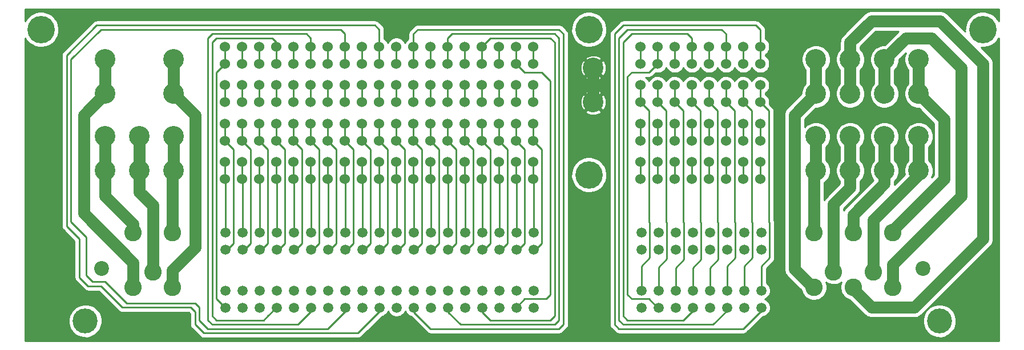
<source format=gbl>
G04 (created by PCBNEW (2013-07-07 BZR 4022)-stable) date 16/05/2014 06:46:33*
%MOIN*%
G04 Gerber Fmt 3.4, Leading zero omitted, Abs format*
%FSLAX34Y34*%
G01*
G70*
G90*
G04 APERTURE LIST*
%ADD10C,0.00590551*%
%ADD11C,0.0590551*%
%ADD12C,0.102362*%
%ADD13C,0.0866142*%
%ADD14C,0.145669*%
%ADD15C,0.06*%
%ADD16C,0.12063*%
%ADD17C,0.16*%
%ADD18C,0.07*%
%ADD19C,0.01*%
G04 APERTURE END LIST*
G54D10*
G54D11*
X42522Y-40505D03*
X43522Y-40505D03*
X45522Y-40505D03*
X44522Y-40505D03*
X46522Y-40505D03*
X38522Y-40505D03*
X39522Y-40505D03*
X41522Y-40505D03*
X40522Y-40505D03*
X36522Y-40505D03*
X37522Y-40505D03*
X35522Y-40505D03*
X50522Y-37123D03*
X49522Y-37123D03*
X34522Y-40505D03*
X34522Y-39505D03*
X35522Y-39505D03*
X37522Y-39505D03*
X36522Y-39505D03*
X40522Y-39505D03*
X41522Y-39505D03*
X39522Y-39505D03*
X38522Y-39505D03*
X42522Y-36123D03*
X43522Y-36123D03*
X45522Y-36123D03*
X44522Y-36123D03*
X48522Y-36123D03*
X47522Y-36123D03*
X46522Y-36123D03*
X51522Y-37123D03*
G54D12*
X71357Y-38406D03*
X72499Y-39324D03*
X72499Y-36123D03*
X67892Y-36123D03*
X67892Y-39324D03*
X70176Y-36123D03*
X70176Y-39324D03*
X69034Y-38406D03*
G54D11*
X63810Y-36123D03*
X59810Y-36123D03*
X60810Y-36123D03*
X62810Y-36123D03*
X61810Y-36123D03*
X57810Y-36123D03*
X58810Y-36123D03*
X64810Y-36123D03*
X64810Y-37123D03*
X58810Y-37123D03*
X57810Y-37123D03*
X61810Y-37123D03*
X62810Y-37123D03*
X60810Y-37123D03*
X59810Y-37123D03*
X63810Y-37123D03*
X63810Y-40505D03*
X59810Y-40505D03*
X60810Y-40505D03*
X62810Y-40505D03*
X61810Y-40505D03*
X57810Y-40505D03*
X58810Y-40505D03*
X64810Y-40505D03*
X64810Y-39505D03*
X58810Y-39505D03*
X57810Y-39505D03*
X61810Y-39505D03*
X62810Y-39505D03*
X60810Y-39505D03*
X59810Y-39505D03*
X63810Y-39505D03*
X33522Y-39505D03*
X50522Y-39505D03*
X46522Y-39505D03*
X47522Y-39505D03*
X49522Y-39505D03*
X48522Y-39505D03*
X44522Y-39505D03*
X45522Y-39505D03*
X43522Y-39505D03*
X42522Y-39505D03*
X51522Y-39505D03*
X51522Y-40505D03*
X48522Y-40505D03*
X49522Y-40505D03*
X47522Y-40505D03*
X50522Y-40505D03*
X33522Y-40505D03*
X33522Y-37123D03*
X34522Y-37123D03*
X36522Y-37123D03*
X35522Y-37123D03*
X39522Y-37123D03*
X40522Y-37123D03*
X38522Y-37123D03*
X37522Y-37123D03*
X41522Y-37123D03*
X46522Y-37123D03*
X47522Y-37123D03*
X48522Y-37123D03*
X44522Y-37123D03*
X45522Y-37123D03*
X43522Y-37123D03*
X42522Y-37123D03*
X51522Y-36123D03*
X49522Y-36123D03*
X50522Y-36123D03*
X41522Y-36123D03*
X37522Y-36123D03*
X38522Y-36123D03*
X40522Y-36123D03*
X39522Y-36123D03*
X35522Y-36123D03*
X36522Y-36123D03*
X34522Y-36123D03*
X33522Y-36123D03*
G54D12*
X29270Y-38406D03*
X30412Y-39324D03*
X30412Y-36123D03*
G54D13*
X74251Y-38221D03*
X26298Y-38221D03*
G54D14*
X75215Y-41292D03*
G54D12*
X28129Y-39324D03*
X28129Y-36123D03*
G54D14*
X25333Y-41292D03*
G54D15*
X51500Y-32000D03*
X50500Y-32000D03*
X49500Y-32000D03*
X48500Y-32000D03*
X47500Y-32000D03*
X46500Y-32000D03*
X45500Y-32000D03*
X44500Y-32000D03*
X43500Y-32000D03*
X42500Y-32000D03*
X41500Y-32000D03*
X40500Y-32000D03*
X39500Y-32000D03*
X38500Y-32000D03*
X37500Y-32000D03*
X36500Y-32000D03*
X35500Y-32000D03*
X34500Y-32000D03*
X33500Y-32000D03*
X51500Y-33000D03*
X50500Y-33000D03*
X49500Y-33000D03*
X48500Y-33000D03*
X47500Y-33000D03*
X46500Y-33000D03*
X45500Y-33000D03*
X44500Y-33000D03*
X43500Y-33000D03*
X42500Y-33000D03*
X41500Y-33000D03*
X40500Y-33000D03*
X39500Y-33000D03*
X38500Y-33000D03*
X37500Y-33000D03*
X36500Y-33000D03*
X35500Y-33000D03*
X34500Y-33000D03*
X33500Y-33000D03*
X51500Y-29750D03*
X50500Y-29750D03*
X49500Y-29750D03*
X48500Y-29750D03*
X47500Y-29750D03*
X46500Y-29750D03*
X45500Y-29750D03*
X44500Y-29750D03*
X43500Y-29750D03*
X42500Y-29750D03*
X41500Y-29750D03*
X40500Y-29750D03*
X39500Y-29750D03*
X38500Y-29750D03*
X37500Y-29750D03*
X36500Y-29750D03*
X35500Y-29750D03*
X34500Y-29750D03*
X33500Y-29750D03*
X51500Y-30750D03*
X50500Y-30750D03*
X49500Y-30750D03*
X48500Y-30750D03*
X47500Y-30750D03*
X46500Y-30750D03*
X45500Y-30750D03*
X44500Y-30750D03*
X43500Y-30750D03*
X42500Y-30750D03*
X41500Y-30750D03*
X40500Y-30750D03*
X39500Y-30750D03*
X38500Y-30750D03*
X37500Y-30750D03*
X36500Y-30750D03*
X35500Y-30750D03*
X34500Y-30750D03*
X33500Y-30750D03*
X51500Y-27500D03*
X50500Y-27500D03*
X49500Y-27500D03*
X48500Y-27500D03*
X47500Y-27500D03*
X46500Y-27500D03*
X45500Y-27500D03*
X44500Y-27500D03*
X43500Y-27500D03*
X42500Y-27500D03*
X41500Y-27500D03*
X40500Y-27500D03*
X39500Y-27500D03*
X38500Y-27500D03*
X37500Y-27500D03*
X36500Y-27500D03*
X35500Y-27500D03*
X34500Y-27500D03*
X33500Y-27500D03*
X51500Y-28500D03*
X50500Y-28500D03*
X49500Y-28500D03*
X48500Y-28500D03*
X47500Y-28500D03*
X46500Y-28500D03*
X45500Y-28500D03*
X44500Y-28500D03*
X43500Y-28500D03*
X42500Y-28500D03*
X41500Y-28500D03*
X40500Y-28500D03*
X39500Y-28500D03*
X38500Y-28500D03*
X37500Y-28500D03*
X36500Y-28500D03*
X35500Y-28500D03*
X34500Y-28500D03*
X33500Y-28500D03*
X51500Y-25250D03*
X50500Y-25250D03*
X49500Y-25250D03*
X48500Y-25250D03*
X47500Y-25250D03*
X46500Y-25250D03*
X45500Y-25250D03*
X44500Y-25250D03*
X43500Y-25250D03*
X42500Y-25250D03*
X41500Y-25250D03*
X40500Y-25250D03*
X39500Y-25250D03*
X38500Y-25250D03*
X37500Y-25250D03*
X36500Y-25250D03*
X35500Y-25250D03*
X34500Y-25250D03*
X33500Y-25250D03*
X51500Y-26250D03*
X50500Y-26250D03*
X49500Y-26250D03*
X48500Y-26250D03*
X47500Y-26250D03*
X46500Y-26250D03*
X45500Y-26250D03*
X44500Y-26250D03*
X43500Y-26250D03*
X42500Y-26250D03*
X41500Y-26250D03*
X40500Y-26250D03*
X39500Y-26250D03*
X38500Y-26250D03*
X37500Y-26250D03*
X36500Y-26250D03*
X35500Y-26250D03*
X34500Y-26250D03*
X33500Y-26250D03*
G54D16*
X26500Y-28000D03*
X26500Y-26000D03*
X30500Y-28000D03*
X30500Y-26000D03*
X28500Y-30500D03*
X28500Y-32500D03*
X26500Y-32500D03*
X26500Y-30500D03*
X30500Y-30500D03*
X30500Y-32500D03*
G54D15*
X57750Y-28500D03*
X58750Y-28500D03*
X59750Y-28500D03*
X60750Y-28500D03*
X61750Y-28500D03*
X62750Y-28500D03*
X63750Y-28500D03*
X64750Y-28500D03*
X57750Y-27500D03*
X58750Y-27500D03*
X59750Y-27500D03*
X60750Y-27500D03*
X61750Y-27500D03*
X62750Y-27500D03*
X63750Y-27500D03*
X64750Y-27500D03*
X57750Y-30750D03*
X58750Y-30750D03*
X59750Y-30750D03*
X60750Y-30750D03*
X61750Y-30750D03*
X62750Y-30750D03*
X63750Y-30750D03*
X64750Y-30750D03*
X57750Y-29750D03*
X58750Y-29750D03*
X59750Y-29750D03*
X60750Y-29750D03*
X61750Y-29750D03*
X62750Y-29750D03*
X63750Y-29750D03*
X64750Y-29750D03*
X57750Y-33000D03*
X58750Y-33000D03*
X59750Y-33000D03*
X60750Y-33000D03*
X61750Y-33000D03*
X62750Y-33000D03*
X63750Y-33000D03*
X64750Y-33000D03*
X57750Y-32000D03*
X58750Y-32000D03*
X59750Y-32000D03*
X60750Y-32000D03*
X61750Y-32000D03*
X62750Y-32000D03*
X63750Y-32000D03*
X64750Y-32000D03*
X57750Y-26250D03*
X58750Y-26250D03*
X59750Y-26250D03*
X60750Y-26250D03*
X61750Y-26250D03*
X62750Y-26250D03*
X63750Y-26250D03*
X64750Y-26250D03*
X57750Y-25250D03*
X58750Y-25250D03*
X59750Y-25250D03*
X60750Y-25250D03*
X61750Y-25250D03*
X62750Y-25250D03*
X63750Y-25250D03*
X64750Y-25250D03*
G54D16*
X74000Y-28000D03*
X74000Y-26000D03*
X72000Y-32500D03*
X72000Y-30500D03*
X68000Y-32500D03*
X68000Y-30500D03*
X74000Y-32500D03*
X74000Y-30500D03*
X70000Y-32500D03*
X70000Y-30500D03*
X72000Y-28000D03*
X72000Y-26000D03*
X70000Y-26000D03*
X70000Y-28000D03*
X68000Y-28000D03*
X68000Y-26000D03*
X55000Y-26500D03*
X55000Y-28500D03*
G54D17*
X22750Y-24250D03*
X54750Y-24250D03*
X77750Y-24250D03*
X54750Y-32750D03*
G54D18*
X55000Y-28500D02*
X55000Y-26500D01*
X55000Y-26500D02*
X55000Y-28500D01*
G54D19*
X55000Y-28500D02*
X55000Y-26500D01*
X35522Y-36123D02*
X35522Y-33022D01*
X35522Y-33022D02*
X35500Y-33000D01*
X35500Y-33000D02*
X35500Y-32000D01*
X50522Y-37123D02*
X50626Y-37123D01*
X51000Y-31250D02*
X50500Y-30750D01*
X51000Y-36750D02*
X51000Y-31250D01*
X50626Y-37123D02*
X51000Y-36750D01*
X50500Y-30750D02*
X50500Y-29750D01*
X34500Y-26250D02*
X34500Y-25250D01*
X35500Y-26250D02*
X35500Y-25250D01*
X36000Y-41000D02*
X35750Y-41250D01*
X32750Y-41000D02*
X32750Y-40750D01*
X33000Y-41250D02*
X32750Y-41000D01*
X35750Y-41250D02*
X33000Y-41250D01*
X36500Y-26250D02*
X36500Y-25250D01*
X36522Y-40505D02*
X36494Y-40505D01*
X36500Y-25000D02*
X36500Y-25250D01*
X32750Y-40750D02*
X32750Y-25000D01*
X32750Y-25000D02*
X33000Y-24750D01*
X33000Y-24750D02*
X36250Y-24750D01*
X36250Y-24750D02*
X36500Y-25000D01*
X36494Y-40505D02*
X36000Y-41000D01*
X37500Y-26250D02*
X37500Y-25250D01*
X38500Y-26250D02*
X38500Y-25250D01*
X38000Y-41250D02*
X37750Y-41500D01*
X32500Y-41250D02*
X32500Y-41000D01*
X32750Y-41500D02*
X32500Y-41250D01*
X37750Y-41500D02*
X32750Y-41500D01*
X38522Y-40505D02*
X38522Y-40727D01*
X38500Y-24750D02*
X38500Y-26250D01*
X32500Y-41000D02*
X32500Y-24750D01*
X32500Y-24750D02*
X32750Y-24500D01*
X32750Y-24500D02*
X38250Y-24500D01*
X38250Y-24500D02*
X38500Y-24750D01*
X38522Y-40727D02*
X38000Y-41250D01*
X39500Y-26250D02*
X39500Y-25250D01*
X41500Y-26250D02*
X41500Y-25250D01*
X25000Y-38750D02*
X25000Y-36500D01*
X25000Y-36500D02*
X24250Y-35750D01*
X27500Y-40500D02*
X26250Y-39250D01*
X26250Y-39250D02*
X25500Y-39250D01*
X32500Y-42000D02*
X32250Y-42000D01*
X31500Y-40500D02*
X29500Y-40500D01*
X31750Y-40750D02*
X31500Y-40500D01*
X31750Y-41500D02*
X31750Y-40750D01*
X32250Y-42000D02*
X31750Y-41500D01*
X41500Y-41750D02*
X41250Y-42000D01*
X41250Y-42000D02*
X32500Y-42000D01*
X42522Y-40505D02*
X42522Y-40727D01*
X42500Y-24250D02*
X42500Y-25250D01*
X29500Y-40500D02*
X27500Y-40500D01*
X25500Y-39250D02*
X25000Y-38750D01*
X24250Y-35750D02*
X24250Y-25750D01*
X24250Y-25750D02*
X26000Y-24000D01*
X26000Y-24000D02*
X42250Y-24000D01*
X42250Y-24000D02*
X42500Y-24250D01*
X42522Y-40727D02*
X41500Y-41750D01*
X42500Y-25250D02*
X42500Y-26250D01*
X43500Y-26250D02*
X43500Y-25250D01*
X44500Y-26250D02*
X44500Y-25250D01*
X44522Y-40505D02*
X44522Y-40772D01*
X44500Y-24500D02*
X44500Y-26250D01*
X44750Y-24250D02*
X44500Y-24500D01*
X53000Y-24250D02*
X44750Y-24250D01*
X53250Y-24500D02*
X53000Y-24250D01*
X53250Y-41500D02*
X53250Y-24500D01*
X53000Y-41750D02*
X53250Y-41500D01*
X45500Y-41750D02*
X53000Y-41750D01*
X44522Y-40772D02*
X45500Y-41750D01*
X51500Y-29750D02*
X51500Y-30750D01*
X51522Y-37123D02*
X51626Y-37123D01*
X52000Y-31250D02*
X51500Y-30750D01*
X52000Y-36750D02*
X52000Y-31250D01*
X51626Y-37123D02*
X52000Y-36750D01*
X45500Y-26250D02*
X45500Y-25250D01*
X46500Y-26250D02*
X46500Y-25250D01*
X46522Y-40505D02*
X46522Y-40772D01*
X46500Y-24750D02*
X46500Y-26250D01*
X46750Y-24500D02*
X46500Y-24750D01*
X52750Y-24500D02*
X46750Y-24500D01*
X53000Y-24750D02*
X52750Y-24500D01*
X53000Y-41250D02*
X53000Y-24750D01*
X52750Y-41500D02*
X53000Y-41250D01*
X47250Y-41500D02*
X52750Y-41500D01*
X46522Y-40772D02*
X47250Y-41500D01*
X47500Y-26250D02*
X47500Y-25250D01*
X48522Y-40505D02*
X48522Y-40772D01*
X49000Y-24750D02*
X48500Y-25250D01*
X52500Y-24750D02*
X49000Y-24750D01*
X52750Y-25000D02*
X52500Y-24750D01*
X52750Y-41000D02*
X52750Y-25000D01*
X52500Y-41250D02*
X52750Y-41000D01*
X49000Y-41250D02*
X52500Y-41250D01*
X48522Y-40772D02*
X49000Y-41250D01*
X48500Y-25250D02*
X48500Y-26250D01*
X49500Y-26250D02*
X49500Y-25250D01*
X50522Y-40505D02*
X50522Y-40477D01*
X51000Y-26750D02*
X50500Y-26250D01*
X52000Y-26750D02*
X51000Y-26750D01*
X52500Y-27250D02*
X52000Y-26750D01*
X52500Y-39750D02*
X52500Y-27250D01*
X52250Y-40000D02*
X52500Y-39750D01*
X51000Y-40000D02*
X52250Y-40000D01*
X50522Y-40477D02*
X51000Y-40000D01*
X50500Y-26250D02*
X50500Y-25250D01*
X51500Y-26250D02*
X51500Y-25250D01*
X33500Y-28500D02*
X33500Y-27500D01*
G54D18*
X30500Y-30500D02*
X30500Y-32500D01*
X30412Y-36123D02*
X30412Y-32587D01*
X30412Y-32587D02*
X30500Y-32500D01*
X28129Y-36123D02*
X28129Y-35629D01*
X26500Y-34000D02*
X26500Y-30500D01*
X28129Y-35629D02*
X26500Y-34000D01*
G54D19*
X33522Y-36123D02*
X33522Y-33022D01*
X33522Y-33022D02*
X33500Y-33000D01*
X33500Y-33000D02*
X33500Y-32000D01*
G54D18*
X29270Y-38406D02*
X29270Y-34520D01*
X28500Y-33750D02*
X28500Y-30500D01*
X29270Y-34520D02*
X28500Y-33750D01*
X30412Y-39324D02*
X30412Y-38337D01*
X30412Y-38337D02*
X31750Y-37000D01*
X31750Y-37000D02*
X31750Y-29250D01*
X31750Y-29250D02*
X30500Y-28000D01*
X30500Y-28000D02*
X30500Y-26000D01*
X28129Y-39324D02*
X28129Y-37879D01*
X28129Y-37879D02*
X25250Y-35000D01*
X25250Y-35000D02*
X25250Y-29250D01*
X25250Y-29250D02*
X26500Y-28000D01*
X26500Y-28000D02*
X26500Y-26000D01*
G54D19*
X34522Y-36123D02*
X34522Y-33022D01*
X34522Y-33022D02*
X34500Y-33000D01*
X34500Y-33000D02*
X34500Y-32000D01*
X41500Y-29750D02*
X41500Y-30750D01*
X41522Y-37123D02*
X41626Y-37123D01*
X42000Y-31250D02*
X41500Y-30750D01*
X42000Y-36750D02*
X42000Y-31250D01*
X41626Y-37123D02*
X42000Y-36750D01*
X36522Y-36123D02*
X36522Y-33022D01*
X36522Y-33022D02*
X36500Y-33000D01*
X36500Y-33000D02*
X36500Y-32000D01*
X37522Y-36123D02*
X37522Y-33022D01*
X37522Y-33022D02*
X37500Y-33000D01*
X37500Y-33000D02*
X37500Y-32000D01*
X38522Y-36123D02*
X38522Y-33022D01*
X38522Y-33022D02*
X38500Y-33000D01*
X38500Y-33000D02*
X38500Y-32000D01*
X39522Y-36123D02*
X39522Y-33022D01*
X39522Y-33022D02*
X39500Y-33000D01*
X39500Y-33000D02*
X39500Y-32000D01*
X40522Y-36123D02*
X40522Y-33022D01*
X40522Y-33022D02*
X40500Y-33000D01*
X40500Y-33000D02*
X40500Y-32000D01*
X42500Y-29750D02*
X42500Y-30750D01*
X42522Y-37123D02*
X42626Y-37123D01*
X43000Y-31250D02*
X42500Y-30750D01*
X43000Y-36750D02*
X43000Y-31250D01*
X42626Y-37123D02*
X43000Y-36750D01*
X41522Y-36123D02*
X41522Y-33022D01*
X41522Y-33022D02*
X41500Y-33000D01*
X41500Y-33000D02*
X41500Y-32000D01*
X42522Y-36123D02*
X42522Y-33022D01*
X42522Y-33022D02*
X42500Y-33000D01*
X42500Y-33000D02*
X42500Y-32000D01*
X43522Y-36123D02*
X43522Y-33022D01*
X43522Y-33022D02*
X43500Y-33000D01*
X43500Y-33000D02*
X43500Y-32000D01*
X44522Y-36123D02*
X44522Y-33022D01*
X44522Y-33022D02*
X44500Y-33000D01*
X44500Y-33000D02*
X44500Y-32000D01*
X45522Y-36123D02*
X45522Y-33022D01*
X45522Y-33022D02*
X45500Y-33000D01*
X45500Y-33000D02*
X45500Y-32000D01*
X46522Y-36123D02*
X46522Y-33022D01*
X46522Y-33022D02*
X46500Y-33000D01*
X46500Y-33000D02*
X46500Y-32000D01*
X47522Y-36123D02*
X47522Y-33022D01*
X47522Y-33022D02*
X47500Y-33000D01*
X47500Y-33000D02*
X47500Y-32000D01*
X47500Y-28500D02*
X47500Y-27500D01*
X35500Y-28500D02*
X35500Y-27500D01*
X36500Y-27500D02*
X36500Y-28500D01*
X43500Y-29750D02*
X43500Y-30750D01*
X43522Y-37123D02*
X43626Y-37123D01*
X44000Y-31250D02*
X43500Y-30750D01*
X44000Y-36750D02*
X44000Y-31250D01*
X43626Y-37123D02*
X44000Y-36750D01*
X37500Y-28500D02*
X37500Y-27500D01*
X38500Y-27500D02*
X38500Y-28500D01*
X39500Y-28500D02*
X39500Y-27500D01*
X40500Y-27500D02*
X40500Y-28500D01*
X41500Y-28500D02*
X41500Y-27500D01*
X42500Y-27500D02*
X42500Y-28500D01*
X43500Y-28500D02*
X43500Y-27500D01*
X44500Y-27500D02*
X44500Y-28500D01*
X45500Y-28500D02*
X45500Y-27500D01*
X46500Y-27500D02*
X46500Y-28500D01*
X44522Y-37123D02*
X44626Y-37123D01*
X45000Y-31250D02*
X44500Y-30750D01*
X45000Y-36750D02*
X45000Y-31250D01*
X44626Y-37123D02*
X45000Y-36750D01*
X44500Y-30750D02*
X44500Y-29750D01*
X48522Y-36123D02*
X48522Y-33022D01*
X48522Y-33022D02*
X48500Y-33000D01*
X48500Y-33000D02*
X48500Y-32000D01*
X48500Y-27500D02*
X48500Y-28500D01*
X49500Y-28500D02*
X49500Y-27500D01*
X50500Y-27500D02*
X50500Y-28500D01*
X51500Y-28500D02*
X51500Y-27500D01*
X33500Y-29750D02*
X33500Y-30750D01*
X33522Y-37123D02*
X33626Y-37123D01*
X34000Y-31250D02*
X33500Y-30750D01*
X34000Y-36750D02*
X34000Y-31250D01*
X33626Y-37123D02*
X34000Y-36750D01*
X34500Y-29750D02*
X34500Y-30750D01*
X34522Y-37123D02*
X34626Y-37123D01*
X35000Y-31250D02*
X34500Y-30750D01*
X35000Y-36750D02*
X35000Y-31250D01*
X34626Y-37123D02*
X35000Y-36750D01*
X35500Y-29750D02*
X35500Y-30750D01*
X35522Y-37123D02*
X35626Y-37123D01*
X36000Y-31250D02*
X35500Y-30750D01*
X36000Y-36750D02*
X36000Y-31250D01*
X35626Y-37123D02*
X36000Y-36750D01*
X36500Y-29750D02*
X36500Y-30750D01*
X36522Y-37123D02*
X36626Y-37123D01*
X37000Y-31250D02*
X36500Y-30750D01*
X37000Y-36750D02*
X37000Y-31250D01*
X36626Y-37123D02*
X37000Y-36750D01*
X37500Y-29750D02*
X37500Y-30750D01*
X37522Y-37123D02*
X37626Y-37123D01*
X38000Y-31250D02*
X37500Y-30750D01*
X38000Y-36750D02*
X38000Y-31250D01*
X37626Y-37123D02*
X38000Y-36750D01*
X45522Y-37123D02*
X45626Y-37123D01*
X46000Y-31250D02*
X45500Y-30750D01*
X46000Y-36750D02*
X46000Y-31250D01*
X45626Y-37123D02*
X46000Y-36750D01*
X45500Y-30750D02*
X45500Y-29750D01*
X38500Y-29750D02*
X38500Y-30750D01*
X38522Y-37123D02*
X38626Y-37123D01*
X39000Y-31250D02*
X38500Y-30750D01*
X39000Y-36750D02*
X39000Y-31250D01*
X38626Y-37123D02*
X39000Y-36750D01*
X39500Y-29750D02*
X39500Y-30750D01*
X39522Y-37123D02*
X39626Y-37123D01*
X40000Y-31250D02*
X39500Y-30750D01*
X40000Y-36750D02*
X40000Y-31250D01*
X39626Y-37123D02*
X40000Y-36750D01*
X40500Y-29750D02*
X40500Y-30750D01*
X40522Y-37123D02*
X40626Y-37123D01*
X41000Y-31250D02*
X40500Y-30750D01*
X41000Y-36750D02*
X41000Y-31250D01*
X40626Y-37123D02*
X41000Y-36750D01*
X62300Y-35550D02*
X62250Y-35500D01*
X61810Y-38189D02*
X62300Y-37700D01*
X62300Y-37700D02*
X62300Y-35550D01*
X61810Y-39505D02*
X61810Y-38189D01*
X62250Y-29000D02*
X62250Y-35500D01*
X62250Y-29000D02*
X61750Y-28500D01*
X61750Y-27500D02*
X61750Y-28500D01*
X57750Y-33000D02*
X57750Y-32000D01*
X64750Y-30750D02*
X64750Y-29750D01*
X63750Y-30750D02*
X63750Y-29750D01*
X62750Y-30750D02*
X62750Y-29750D01*
X61750Y-30750D02*
X61750Y-29750D01*
X60750Y-30750D02*
X60750Y-29750D01*
X46522Y-37123D02*
X46626Y-37123D01*
X47000Y-31250D02*
X46500Y-30750D01*
X47000Y-36750D02*
X47000Y-31250D01*
X46626Y-37123D02*
X47000Y-36750D01*
X46500Y-30750D02*
X46500Y-29750D01*
X59750Y-30750D02*
X59750Y-29750D01*
X58750Y-30750D02*
X58750Y-29750D01*
X57750Y-30750D02*
X57750Y-29750D01*
X65300Y-35550D02*
X65250Y-35500D01*
X64810Y-38089D02*
X65300Y-37600D01*
X65300Y-37600D02*
X65300Y-35550D01*
X64810Y-39505D02*
X64810Y-38089D01*
X65250Y-29000D02*
X65250Y-35500D01*
X65250Y-29000D02*
X64750Y-28500D01*
X64750Y-27500D02*
X64750Y-28500D01*
X64300Y-35550D02*
X64250Y-35500D01*
X63810Y-38089D02*
X64300Y-37600D01*
X64300Y-37600D02*
X64300Y-35550D01*
X63810Y-39505D02*
X63810Y-38089D01*
X64250Y-29000D02*
X64250Y-35500D01*
X64250Y-29000D02*
X63750Y-28500D01*
X63750Y-27500D02*
X63750Y-28500D01*
X63300Y-35550D02*
X63250Y-35500D01*
X62810Y-38089D02*
X63300Y-37600D01*
X63300Y-37600D02*
X63300Y-35550D01*
X62810Y-39505D02*
X62810Y-38089D01*
X63250Y-29000D02*
X63250Y-35500D01*
X63250Y-29000D02*
X62750Y-28500D01*
X62750Y-27500D02*
X62750Y-28500D01*
X58750Y-33000D02*
X58750Y-32000D01*
X61300Y-35550D02*
X61250Y-35500D01*
X60810Y-38189D02*
X61300Y-37700D01*
X61300Y-37700D02*
X61300Y-35550D01*
X60810Y-39505D02*
X60810Y-38189D01*
X61250Y-29000D02*
X61250Y-35500D01*
X61250Y-29000D02*
X60750Y-28500D01*
X60750Y-27500D02*
X60750Y-28500D01*
X60300Y-35550D02*
X60250Y-35500D01*
X59810Y-38189D02*
X60300Y-37700D01*
X60300Y-37700D02*
X60300Y-35550D01*
X59810Y-39505D02*
X59810Y-38189D01*
X60250Y-29000D02*
X60250Y-35500D01*
X60250Y-29000D02*
X59750Y-28500D01*
X59750Y-27500D02*
X59750Y-28500D01*
X59300Y-35550D02*
X59250Y-35500D01*
X58810Y-38139D02*
X59300Y-37650D01*
X59300Y-37650D02*
X59300Y-35550D01*
X58810Y-39505D02*
X58810Y-38139D01*
X59250Y-29000D02*
X59250Y-35500D01*
X59250Y-29000D02*
X58750Y-28500D01*
X58750Y-27500D02*
X58750Y-28500D01*
X47522Y-37123D02*
X47626Y-37123D01*
X48000Y-31250D02*
X47500Y-30750D01*
X48000Y-36750D02*
X48000Y-31250D01*
X47626Y-37123D02*
X48000Y-36750D01*
X47500Y-30750D02*
X47500Y-29750D01*
X58300Y-35550D02*
X58250Y-35500D01*
X57810Y-38089D02*
X58300Y-37600D01*
X58300Y-37600D02*
X58300Y-35550D01*
X57810Y-39505D02*
X57810Y-38089D01*
X58250Y-29000D02*
X58250Y-35500D01*
X58250Y-29000D02*
X57750Y-28500D01*
X57750Y-27500D02*
X57750Y-28500D01*
X64750Y-26250D02*
X64750Y-25250D01*
X64810Y-40505D02*
X64810Y-40689D01*
X64750Y-24250D02*
X64750Y-26250D01*
X64500Y-24000D02*
X64750Y-24250D01*
X56750Y-24000D02*
X64500Y-24000D01*
X56250Y-24500D02*
X56750Y-24000D01*
X56250Y-41500D02*
X56250Y-24500D01*
X56500Y-41750D02*
X56250Y-41500D01*
X63750Y-41750D02*
X56500Y-41750D01*
X64810Y-40689D02*
X63750Y-41750D01*
X63750Y-26250D02*
X63750Y-25250D01*
X62750Y-26250D02*
X62750Y-25250D01*
X62810Y-40505D02*
X62810Y-40689D01*
X62750Y-24500D02*
X62750Y-26250D01*
X62500Y-24250D02*
X62750Y-24500D01*
X57000Y-24250D02*
X62500Y-24250D01*
X56500Y-24750D02*
X57000Y-24250D01*
X56500Y-41250D02*
X56500Y-24750D01*
X56750Y-41500D02*
X56500Y-41250D01*
X62000Y-41500D02*
X56750Y-41500D01*
X62810Y-40689D02*
X62000Y-41500D01*
X61750Y-26250D02*
X61750Y-25250D01*
X60750Y-26250D02*
X60750Y-25250D01*
X60810Y-40505D02*
X60810Y-40689D01*
X60750Y-24750D02*
X60750Y-26250D01*
X60500Y-24500D02*
X60750Y-24750D01*
X57250Y-24500D02*
X60500Y-24500D01*
X56750Y-25000D02*
X57250Y-24500D01*
X56750Y-41000D02*
X56750Y-25000D01*
X57000Y-41250D02*
X56750Y-41000D01*
X60250Y-41250D02*
X57000Y-41250D01*
X60810Y-40689D02*
X60250Y-41250D01*
X59750Y-26250D02*
X59750Y-25250D01*
X58750Y-25250D02*
X58750Y-26250D01*
X58810Y-40505D02*
X58755Y-40505D01*
X58250Y-26750D02*
X58750Y-26250D01*
X57250Y-26750D02*
X58250Y-26750D01*
X57000Y-27000D02*
X57250Y-26750D01*
X57000Y-39750D02*
X57000Y-27000D01*
X57250Y-40000D02*
X57000Y-39750D01*
X58250Y-40000D02*
X57250Y-40000D01*
X58755Y-40505D02*
X58250Y-40000D01*
X57750Y-26250D02*
X57750Y-25250D01*
G54D18*
X69034Y-38406D02*
X69034Y-34465D01*
X69034Y-34465D02*
X70000Y-33500D01*
X70000Y-33500D02*
X70000Y-30500D01*
X70000Y-32500D02*
X70000Y-30500D01*
G54D19*
X48522Y-37123D02*
X48626Y-37123D01*
X49000Y-31250D02*
X48500Y-30750D01*
X49000Y-36750D02*
X49000Y-31250D01*
X48626Y-37123D02*
X49000Y-36750D01*
X48500Y-30750D02*
X48500Y-29750D01*
X49522Y-36123D02*
X49522Y-33022D01*
X49522Y-33022D02*
X49500Y-33000D01*
X49500Y-33000D02*
X49500Y-32000D01*
X50522Y-36123D02*
X50522Y-33022D01*
X50522Y-33022D02*
X50500Y-33000D01*
X50500Y-33000D02*
X50500Y-32000D01*
X51522Y-36123D02*
X51522Y-33022D01*
X51522Y-33022D02*
X51500Y-33000D01*
X51500Y-33000D02*
X51500Y-32000D01*
G54D18*
X72000Y-32500D02*
X72000Y-30500D01*
X70176Y-36123D02*
X70176Y-35073D01*
X70176Y-35073D02*
X72000Y-33250D01*
X72000Y-33250D02*
X72000Y-30500D01*
X71357Y-38406D02*
X71357Y-35392D01*
X71357Y-35392D02*
X74000Y-32750D01*
X74000Y-32750D02*
X74000Y-30500D01*
G54D19*
X34500Y-27500D02*
X34500Y-28500D01*
G54D18*
X72499Y-39324D02*
X72499Y-38000D01*
X72499Y-38000D02*
X76500Y-34000D01*
X76500Y-34000D02*
X76500Y-26500D01*
X76500Y-26500D02*
X74750Y-24750D01*
X74750Y-24750D02*
X73250Y-24750D01*
X73250Y-24750D02*
X72000Y-26000D01*
X72000Y-26000D02*
X72000Y-28000D01*
X77750Y-27000D02*
X77750Y-26250D01*
X77750Y-26250D02*
X75250Y-23750D01*
X70000Y-28000D02*
X70000Y-26000D01*
X70176Y-39324D02*
X70176Y-39426D01*
X70176Y-39426D02*
X71250Y-40500D01*
X71250Y-40500D02*
X73750Y-40500D01*
X73750Y-40500D02*
X77750Y-36500D01*
X77750Y-36500D02*
X77750Y-27000D01*
X75250Y-23750D02*
X71250Y-23750D01*
X71250Y-23750D02*
X70000Y-25000D01*
X70000Y-25000D02*
X70000Y-28000D01*
X67892Y-39324D02*
X67824Y-39324D01*
X67824Y-39324D02*
X66750Y-38250D01*
X66750Y-38250D02*
X66750Y-29250D01*
X66750Y-29250D02*
X68000Y-28000D01*
X68000Y-28000D02*
X68000Y-26000D01*
G54D19*
X64750Y-33000D02*
X64750Y-32000D01*
X49522Y-37123D02*
X49626Y-37123D01*
X50000Y-31250D02*
X49500Y-30750D01*
X50000Y-36750D02*
X50000Y-31250D01*
X49626Y-37123D02*
X50000Y-36750D01*
X49500Y-30750D02*
X49500Y-29750D01*
X63750Y-33000D02*
X63750Y-32000D01*
X62750Y-33000D02*
X62750Y-32000D01*
X61750Y-33000D02*
X61750Y-32000D01*
X60750Y-33000D02*
X60750Y-32000D01*
X59750Y-33000D02*
X59750Y-32000D01*
G54D18*
X72499Y-36123D02*
X72499Y-36000D01*
X72499Y-36000D02*
X75500Y-33000D01*
X75500Y-33000D02*
X75500Y-29500D01*
X75500Y-29500D02*
X74000Y-28000D01*
X74000Y-28000D02*
X74000Y-26000D01*
X67892Y-36123D02*
X67892Y-32607D01*
X67892Y-32607D02*
X68000Y-32500D01*
X68000Y-32500D02*
X68000Y-30500D01*
G54D19*
X25375Y-38625D02*
X25375Y-36375D01*
X25375Y-36375D02*
X24500Y-35500D01*
X27750Y-40250D02*
X26500Y-39000D01*
X26500Y-39000D02*
X25750Y-39000D01*
X32500Y-41750D02*
X32000Y-41250D01*
X31750Y-40250D02*
X29750Y-40250D01*
X32000Y-40500D02*
X31750Y-40250D01*
X32000Y-41250D02*
X32000Y-40500D01*
X39750Y-41500D02*
X39500Y-41750D01*
X39500Y-41750D02*
X32500Y-41750D01*
X40522Y-40505D02*
X40522Y-40727D01*
X40500Y-24500D02*
X40500Y-25250D01*
X29750Y-40250D02*
X27750Y-40250D01*
X25750Y-39000D02*
X25375Y-38625D01*
X24500Y-35500D02*
X24500Y-26000D01*
X24500Y-26000D02*
X26250Y-24250D01*
X26250Y-24250D02*
X40250Y-24250D01*
X40250Y-24250D02*
X40500Y-24500D01*
X40522Y-40727D02*
X39750Y-41500D01*
X40500Y-25250D02*
X40500Y-26250D01*
X33500Y-26250D02*
X33500Y-25250D01*
X33500Y-25250D02*
X33500Y-26250D01*
X33522Y-40505D02*
X33505Y-40505D01*
X33000Y-26750D02*
X33500Y-26250D01*
X33000Y-40000D02*
X33000Y-26750D01*
X33505Y-40505D02*
X33000Y-40000D01*
G54D10*
G36*
X78675Y-42450D02*
X76194Y-42450D01*
X76194Y-41196D01*
X76156Y-41008D01*
X76083Y-40830D01*
X75977Y-40671D01*
X75842Y-40535D01*
X75683Y-40427D01*
X75506Y-40353D01*
X75318Y-40314D01*
X75126Y-40313D01*
X74938Y-40349D01*
X74760Y-40421D01*
X74599Y-40526D01*
X74462Y-40660D01*
X74354Y-40818D01*
X74278Y-40995D01*
X74238Y-41182D01*
X74236Y-41374D01*
X74270Y-41563D01*
X74341Y-41741D01*
X74445Y-41903D01*
X74578Y-42041D01*
X74736Y-42150D01*
X74911Y-42227D01*
X75099Y-42268D01*
X75291Y-42272D01*
X75480Y-42239D01*
X75658Y-42170D01*
X75820Y-42067D01*
X75959Y-41934D01*
X76070Y-41778D01*
X76148Y-41602D01*
X76191Y-41415D01*
X76194Y-41196D01*
X76194Y-42450D01*
X65600Y-42450D01*
X65600Y-37600D01*
X65600Y-35550D01*
X65597Y-35522D01*
X65594Y-35494D01*
X65594Y-35493D01*
X65594Y-35491D01*
X65586Y-35465D01*
X65578Y-35438D01*
X65577Y-35437D01*
X65577Y-35435D01*
X65564Y-35411D01*
X65551Y-35386D01*
X65550Y-35385D01*
X65550Y-35384D01*
X65550Y-29000D01*
X65547Y-28972D01*
X65544Y-28944D01*
X65544Y-28943D01*
X65544Y-28941D01*
X65536Y-28915D01*
X65528Y-28888D01*
X65527Y-28887D01*
X65527Y-28885D01*
X65514Y-28861D01*
X65501Y-28836D01*
X65500Y-28835D01*
X65499Y-28833D01*
X65482Y-28812D01*
X65465Y-28790D01*
X65462Y-28788D01*
X65462Y-28788D01*
X65462Y-28788D01*
X65462Y-28787D01*
X65288Y-28613D01*
X65298Y-28569D01*
X65300Y-28446D01*
X65279Y-28340D01*
X65237Y-28240D01*
X65178Y-28150D01*
X65102Y-28074D01*
X65050Y-28038D01*
X65050Y-27961D01*
X65090Y-27935D01*
X65168Y-27861D01*
X65230Y-27772D01*
X65274Y-27674D01*
X65298Y-27569D01*
X65300Y-27446D01*
X65279Y-27340D01*
X65237Y-27240D01*
X65178Y-27150D01*
X65102Y-27074D01*
X65012Y-27013D01*
X64913Y-26972D01*
X64807Y-26950D01*
X64699Y-26949D01*
X64593Y-26969D01*
X64493Y-27010D01*
X64403Y-27069D01*
X64326Y-27144D01*
X64265Y-27233D01*
X64250Y-27270D01*
X64237Y-27240D01*
X64178Y-27150D01*
X64102Y-27074D01*
X64012Y-27013D01*
X63913Y-26972D01*
X63807Y-26950D01*
X63699Y-26949D01*
X63593Y-26969D01*
X63493Y-27010D01*
X63403Y-27069D01*
X63326Y-27144D01*
X63265Y-27233D01*
X63250Y-27270D01*
X63237Y-27240D01*
X63178Y-27150D01*
X63102Y-27074D01*
X63012Y-27013D01*
X62913Y-26972D01*
X62807Y-26950D01*
X62699Y-26949D01*
X62593Y-26969D01*
X62493Y-27010D01*
X62403Y-27069D01*
X62326Y-27144D01*
X62265Y-27233D01*
X62250Y-27270D01*
X62237Y-27240D01*
X62178Y-27150D01*
X62102Y-27074D01*
X62012Y-27013D01*
X61913Y-26972D01*
X61807Y-26950D01*
X61699Y-26949D01*
X61593Y-26969D01*
X61493Y-27010D01*
X61403Y-27069D01*
X61326Y-27144D01*
X61265Y-27233D01*
X61250Y-27270D01*
X61237Y-27240D01*
X61178Y-27150D01*
X61102Y-27074D01*
X61012Y-27013D01*
X60913Y-26972D01*
X60807Y-26950D01*
X60699Y-26949D01*
X60593Y-26969D01*
X60493Y-27010D01*
X60403Y-27069D01*
X60326Y-27144D01*
X60265Y-27233D01*
X60250Y-27270D01*
X60237Y-27240D01*
X60178Y-27150D01*
X60102Y-27074D01*
X60012Y-27013D01*
X59913Y-26972D01*
X59807Y-26950D01*
X59699Y-26949D01*
X59593Y-26969D01*
X59493Y-27010D01*
X59403Y-27069D01*
X59326Y-27144D01*
X59265Y-27233D01*
X59250Y-27270D01*
X59237Y-27240D01*
X59178Y-27150D01*
X59102Y-27074D01*
X59012Y-27013D01*
X58913Y-26972D01*
X58807Y-26950D01*
X58699Y-26949D01*
X58593Y-26969D01*
X58493Y-27010D01*
X58403Y-27069D01*
X58326Y-27144D01*
X58265Y-27233D01*
X58250Y-27270D01*
X58237Y-27240D01*
X58178Y-27150D01*
X58102Y-27074D01*
X58066Y-27050D01*
X58250Y-27050D01*
X58277Y-27047D01*
X58305Y-27044D01*
X58306Y-27044D01*
X58308Y-27044D01*
X58334Y-27036D01*
X58361Y-27028D01*
X58362Y-27027D01*
X58364Y-27027D01*
X58388Y-27014D01*
X58413Y-27001D01*
X58414Y-27000D01*
X58416Y-26999D01*
X58437Y-26982D01*
X58459Y-26965D01*
X58461Y-26962D01*
X58461Y-26962D01*
X58461Y-26962D01*
X58462Y-26962D01*
X58636Y-26788D01*
X58684Y-26798D01*
X58792Y-26801D01*
X58898Y-26782D01*
X58999Y-26743D01*
X59090Y-26685D01*
X59168Y-26611D01*
X59230Y-26522D01*
X59249Y-26480D01*
X59258Y-26502D01*
X59316Y-26593D01*
X59391Y-26670D01*
X59480Y-26732D01*
X59579Y-26775D01*
X59684Y-26798D01*
X59792Y-26801D01*
X59898Y-26782D01*
X59999Y-26743D01*
X60090Y-26685D01*
X60168Y-26611D01*
X60230Y-26522D01*
X60249Y-26480D01*
X60258Y-26502D01*
X60316Y-26593D01*
X60391Y-26670D01*
X60480Y-26732D01*
X60579Y-26775D01*
X60684Y-26798D01*
X60792Y-26801D01*
X60898Y-26782D01*
X60999Y-26743D01*
X61090Y-26685D01*
X61168Y-26611D01*
X61230Y-26522D01*
X61249Y-26480D01*
X61258Y-26502D01*
X61316Y-26593D01*
X61391Y-26670D01*
X61480Y-26732D01*
X61579Y-26775D01*
X61684Y-26798D01*
X61792Y-26801D01*
X61898Y-26782D01*
X61999Y-26743D01*
X62090Y-26685D01*
X62168Y-26611D01*
X62230Y-26522D01*
X62249Y-26480D01*
X62258Y-26502D01*
X62316Y-26593D01*
X62391Y-26670D01*
X62480Y-26732D01*
X62579Y-26775D01*
X62684Y-26798D01*
X62792Y-26801D01*
X62898Y-26782D01*
X62999Y-26743D01*
X63090Y-26685D01*
X63168Y-26611D01*
X63230Y-26522D01*
X63249Y-26480D01*
X63258Y-26502D01*
X63316Y-26593D01*
X63391Y-26670D01*
X63480Y-26732D01*
X63579Y-26775D01*
X63684Y-26798D01*
X63792Y-26801D01*
X63898Y-26782D01*
X63999Y-26743D01*
X64090Y-26685D01*
X64168Y-26611D01*
X64230Y-26522D01*
X64249Y-26480D01*
X64258Y-26502D01*
X64316Y-26593D01*
X64391Y-26670D01*
X64480Y-26732D01*
X64579Y-26775D01*
X64684Y-26798D01*
X64792Y-26801D01*
X64898Y-26782D01*
X64999Y-26743D01*
X65090Y-26685D01*
X65168Y-26611D01*
X65230Y-26522D01*
X65274Y-26424D01*
X65298Y-26319D01*
X65300Y-26196D01*
X65279Y-26090D01*
X65237Y-25990D01*
X65178Y-25900D01*
X65102Y-25824D01*
X65050Y-25788D01*
X65050Y-25711D01*
X65090Y-25685D01*
X65168Y-25611D01*
X65230Y-25522D01*
X65274Y-25424D01*
X65298Y-25319D01*
X65300Y-25196D01*
X65279Y-25090D01*
X65237Y-24990D01*
X65178Y-24900D01*
X65102Y-24824D01*
X65050Y-24788D01*
X65050Y-24250D01*
X65047Y-24222D01*
X65044Y-24194D01*
X65044Y-24193D01*
X65044Y-24191D01*
X65036Y-24165D01*
X65028Y-24138D01*
X65027Y-24137D01*
X65027Y-24135D01*
X65014Y-24111D01*
X65001Y-24086D01*
X65000Y-24085D01*
X64999Y-24083D01*
X64982Y-24062D01*
X64965Y-24040D01*
X64962Y-24038D01*
X64962Y-24038D01*
X64962Y-24038D01*
X64962Y-24037D01*
X64712Y-23787D01*
X64690Y-23770D01*
X64669Y-23752D01*
X64668Y-23751D01*
X64666Y-23750D01*
X64642Y-23737D01*
X64618Y-23724D01*
X64616Y-23723D01*
X64615Y-23723D01*
X64588Y-23714D01*
X64562Y-23706D01*
X64560Y-23706D01*
X64559Y-23705D01*
X64531Y-23703D01*
X64504Y-23700D01*
X64501Y-23700D01*
X64501Y-23700D01*
X64500Y-23700D01*
X64500Y-23700D01*
X56750Y-23700D01*
X56722Y-23702D01*
X56694Y-23705D01*
X56693Y-23705D01*
X56691Y-23705D01*
X56665Y-23713D01*
X56638Y-23721D01*
X56637Y-23722D01*
X56635Y-23722D01*
X56611Y-23735D01*
X56586Y-23748D01*
X56585Y-23749D01*
X56583Y-23750D01*
X56562Y-23767D01*
X56540Y-23784D01*
X56538Y-23787D01*
X56538Y-23787D01*
X56538Y-23787D01*
X56537Y-23787D01*
X56037Y-24287D01*
X56020Y-24309D01*
X56002Y-24330D01*
X56001Y-24331D01*
X56000Y-24333D01*
X55987Y-24357D01*
X55974Y-24381D01*
X55973Y-24383D01*
X55973Y-24384D01*
X55964Y-24411D01*
X55956Y-24437D01*
X55956Y-24439D01*
X55955Y-24440D01*
X55953Y-24468D01*
X55950Y-24495D01*
X55950Y-24498D01*
X55950Y-24498D01*
X55950Y-24499D01*
X55950Y-24500D01*
X55950Y-41500D01*
X55952Y-41527D01*
X55955Y-41555D01*
X55955Y-41556D01*
X55955Y-41558D01*
X55963Y-41584D01*
X55971Y-41611D01*
X55972Y-41612D01*
X55972Y-41614D01*
X55985Y-41638D01*
X55998Y-41663D01*
X55999Y-41664D01*
X56000Y-41666D01*
X56017Y-41687D01*
X56034Y-41709D01*
X56037Y-41711D01*
X56037Y-41711D01*
X56037Y-41711D01*
X56037Y-41712D01*
X56287Y-41962D01*
X56309Y-41979D01*
X56330Y-41997D01*
X56331Y-41998D01*
X56333Y-41999D01*
X56357Y-42012D01*
X56381Y-42025D01*
X56383Y-42026D01*
X56384Y-42026D01*
X56411Y-42035D01*
X56437Y-42043D01*
X56439Y-42043D01*
X56440Y-42044D01*
X56468Y-42046D01*
X56495Y-42049D01*
X56498Y-42049D01*
X56498Y-42049D01*
X56499Y-42049D01*
X56500Y-42050D01*
X63750Y-42050D01*
X63777Y-42047D01*
X63805Y-42044D01*
X63806Y-42044D01*
X63808Y-42044D01*
X63834Y-42036D01*
X63861Y-42028D01*
X63862Y-42027D01*
X63864Y-42027D01*
X63888Y-42014D01*
X63913Y-42001D01*
X63914Y-42000D01*
X63916Y-41999D01*
X63937Y-41982D01*
X63959Y-41965D01*
X63961Y-41962D01*
X63961Y-41962D01*
X63961Y-41962D01*
X63962Y-41962D01*
X64877Y-41047D01*
X64957Y-41032D01*
X65057Y-40994D01*
X65147Y-40936D01*
X65225Y-40863D01*
X65286Y-40775D01*
X65330Y-40678D01*
X65353Y-40573D01*
X65355Y-40451D01*
X65334Y-40346D01*
X65294Y-40247D01*
X65234Y-40158D01*
X65159Y-40082D01*
X65070Y-40023D01*
X65028Y-40005D01*
X65057Y-39994D01*
X65147Y-39936D01*
X65225Y-39863D01*
X65286Y-39775D01*
X65330Y-39678D01*
X65353Y-39573D01*
X65355Y-39451D01*
X65334Y-39346D01*
X65294Y-39247D01*
X65234Y-39158D01*
X65159Y-39082D01*
X65110Y-39049D01*
X65110Y-38214D01*
X65512Y-37812D01*
X65529Y-37790D01*
X65547Y-37769D01*
X65548Y-37768D01*
X65549Y-37766D01*
X65562Y-37742D01*
X65575Y-37718D01*
X65576Y-37716D01*
X65576Y-37715D01*
X65585Y-37688D01*
X65593Y-37662D01*
X65593Y-37660D01*
X65594Y-37659D01*
X65596Y-37631D01*
X65599Y-37604D01*
X65599Y-37601D01*
X65599Y-37601D01*
X65599Y-37600D01*
X65600Y-37600D01*
X65600Y-42450D01*
X55800Y-42450D01*
X55800Y-32647D01*
X55800Y-24147D01*
X55760Y-23945D01*
X55681Y-23754D01*
X55567Y-23583D01*
X55422Y-23437D01*
X55251Y-23321D01*
X55061Y-23242D01*
X54860Y-23200D01*
X54654Y-23199D01*
X54452Y-23237D01*
X54261Y-23314D01*
X54088Y-23427D01*
X53941Y-23571D01*
X53825Y-23741D01*
X53744Y-23930D01*
X53701Y-24132D01*
X53698Y-24338D01*
X53735Y-24540D01*
X53811Y-24732D01*
X53923Y-24905D01*
X54066Y-25053D01*
X54235Y-25171D01*
X54423Y-25253D01*
X54625Y-25297D01*
X54830Y-25301D01*
X55033Y-25266D01*
X55225Y-25191D01*
X55399Y-25081D01*
X55548Y-24939D01*
X55667Y-24771D01*
X55751Y-24583D01*
X55796Y-24382D01*
X55800Y-24147D01*
X55800Y-32647D01*
X55760Y-32445D01*
X55756Y-32436D01*
X55756Y-28481D01*
X55756Y-26481D01*
X55738Y-26335D01*
X55692Y-26194D01*
X55640Y-26096D01*
X55542Y-26027D01*
X55472Y-26098D01*
X55472Y-25957D01*
X55403Y-25859D01*
X55271Y-25793D01*
X55128Y-25754D01*
X54981Y-25743D01*
X54835Y-25761D01*
X54694Y-25807D01*
X54596Y-25859D01*
X54527Y-25957D01*
X55000Y-26429D01*
X55472Y-25957D01*
X55472Y-26098D01*
X55070Y-26500D01*
X55542Y-26972D01*
X55640Y-26903D01*
X55706Y-26771D01*
X55745Y-26628D01*
X55756Y-26481D01*
X55756Y-28481D01*
X55738Y-28335D01*
X55692Y-28194D01*
X55640Y-28096D01*
X55542Y-28027D01*
X55472Y-28098D01*
X55472Y-27957D01*
X55472Y-27042D01*
X55000Y-26570D01*
X54929Y-26641D01*
X54929Y-26500D01*
X54457Y-26027D01*
X54359Y-26096D01*
X54293Y-26228D01*
X54254Y-26371D01*
X54243Y-26518D01*
X54261Y-26664D01*
X54307Y-26805D01*
X54359Y-26903D01*
X54457Y-26972D01*
X54929Y-26500D01*
X54929Y-26641D01*
X54527Y-27042D01*
X54596Y-27140D01*
X54728Y-27206D01*
X54871Y-27245D01*
X55018Y-27256D01*
X55164Y-27238D01*
X55305Y-27192D01*
X55403Y-27140D01*
X55472Y-27042D01*
X55472Y-27957D01*
X55403Y-27859D01*
X55271Y-27793D01*
X55128Y-27754D01*
X54981Y-27743D01*
X54835Y-27761D01*
X54694Y-27807D01*
X54596Y-27859D01*
X54527Y-27957D01*
X55000Y-28429D01*
X55472Y-27957D01*
X55472Y-28098D01*
X55070Y-28500D01*
X55542Y-28972D01*
X55640Y-28903D01*
X55706Y-28771D01*
X55745Y-28628D01*
X55756Y-28481D01*
X55756Y-32436D01*
X55681Y-32254D01*
X55567Y-32083D01*
X55472Y-31986D01*
X55472Y-29042D01*
X55000Y-28570D01*
X54929Y-28641D01*
X54929Y-28500D01*
X54457Y-28027D01*
X54359Y-28096D01*
X54293Y-28228D01*
X54254Y-28371D01*
X54243Y-28518D01*
X54261Y-28664D01*
X54307Y-28805D01*
X54359Y-28903D01*
X54457Y-28972D01*
X54929Y-28500D01*
X54929Y-28641D01*
X54527Y-29042D01*
X54596Y-29140D01*
X54728Y-29206D01*
X54871Y-29245D01*
X55018Y-29256D01*
X55164Y-29238D01*
X55305Y-29192D01*
X55403Y-29140D01*
X55472Y-29042D01*
X55472Y-31986D01*
X55422Y-31937D01*
X55251Y-31821D01*
X55061Y-31742D01*
X54860Y-31700D01*
X54654Y-31699D01*
X54452Y-31737D01*
X54261Y-31814D01*
X54088Y-31927D01*
X53941Y-32071D01*
X53825Y-32241D01*
X53744Y-32430D01*
X53701Y-32632D01*
X53698Y-32838D01*
X53735Y-33040D01*
X53811Y-33232D01*
X53923Y-33405D01*
X54066Y-33553D01*
X54235Y-33671D01*
X54423Y-33753D01*
X54625Y-33797D01*
X54830Y-33801D01*
X55033Y-33766D01*
X55225Y-33691D01*
X55399Y-33581D01*
X55548Y-33439D01*
X55667Y-33271D01*
X55751Y-33083D01*
X55796Y-32882D01*
X55800Y-32647D01*
X55800Y-42450D01*
X53550Y-42450D01*
X53550Y-41500D01*
X53550Y-24500D01*
X53547Y-24472D01*
X53544Y-24444D01*
X53544Y-24443D01*
X53544Y-24441D01*
X53536Y-24415D01*
X53528Y-24388D01*
X53527Y-24387D01*
X53527Y-24385D01*
X53514Y-24361D01*
X53501Y-24336D01*
X53500Y-24335D01*
X53499Y-24333D01*
X53482Y-24312D01*
X53465Y-24290D01*
X53462Y-24288D01*
X53462Y-24288D01*
X53462Y-24288D01*
X53462Y-24287D01*
X53212Y-24037D01*
X53190Y-24020D01*
X53169Y-24002D01*
X53168Y-24001D01*
X53166Y-24000D01*
X53142Y-23987D01*
X53118Y-23974D01*
X53116Y-23973D01*
X53115Y-23973D01*
X53088Y-23964D01*
X53062Y-23956D01*
X53060Y-23956D01*
X53059Y-23955D01*
X53031Y-23953D01*
X53004Y-23950D01*
X53001Y-23950D01*
X53001Y-23950D01*
X53000Y-23950D01*
X53000Y-23950D01*
X44750Y-23950D01*
X44722Y-23952D01*
X44694Y-23955D01*
X44693Y-23955D01*
X44691Y-23955D01*
X44665Y-23963D01*
X44638Y-23971D01*
X44637Y-23972D01*
X44635Y-23972D01*
X44611Y-23985D01*
X44586Y-23998D01*
X44585Y-23999D01*
X44583Y-24000D01*
X44562Y-24017D01*
X44540Y-24034D01*
X44538Y-24037D01*
X44538Y-24037D01*
X44538Y-24037D01*
X44537Y-24037D01*
X44287Y-24287D01*
X44270Y-24309D01*
X44252Y-24330D01*
X44251Y-24331D01*
X44250Y-24333D01*
X44237Y-24357D01*
X44224Y-24381D01*
X44223Y-24383D01*
X44223Y-24384D01*
X44214Y-24411D01*
X44206Y-24437D01*
X44206Y-24439D01*
X44205Y-24440D01*
X44203Y-24468D01*
X44200Y-24495D01*
X44200Y-24498D01*
X44200Y-24498D01*
X44200Y-24499D01*
X44200Y-24500D01*
X44200Y-24788D01*
X44153Y-24819D01*
X44076Y-24894D01*
X44015Y-24983D01*
X44000Y-25020D01*
X43987Y-24990D01*
X43928Y-24900D01*
X43852Y-24824D01*
X43762Y-24763D01*
X43663Y-24722D01*
X43557Y-24700D01*
X43449Y-24699D01*
X43343Y-24719D01*
X43243Y-24760D01*
X43153Y-24819D01*
X43076Y-24894D01*
X43015Y-24983D01*
X43000Y-25020D01*
X42987Y-24990D01*
X42928Y-24900D01*
X42852Y-24824D01*
X42800Y-24788D01*
X42800Y-24250D01*
X42797Y-24222D01*
X42794Y-24194D01*
X42794Y-24193D01*
X42794Y-24191D01*
X42786Y-24165D01*
X42778Y-24138D01*
X42777Y-24137D01*
X42777Y-24135D01*
X42764Y-24111D01*
X42751Y-24086D01*
X42750Y-24085D01*
X42749Y-24083D01*
X42732Y-24062D01*
X42715Y-24040D01*
X42712Y-24038D01*
X42712Y-24038D01*
X42712Y-24038D01*
X42712Y-24037D01*
X42462Y-23787D01*
X42440Y-23770D01*
X42419Y-23752D01*
X42418Y-23751D01*
X42416Y-23750D01*
X42392Y-23737D01*
X42368Y-23724D01*
X42366Y-23723D01*
X42365Y-23723D01*
X42338Y-23714D01*
X42312Y-23706D01*
X42310Y-23706D01*
X42309Y-23705D01*
X42281Y-23703D01*
X42254Y-23700D01*
X42251Y-23700D01*
X42251Y-23700D01*
X42250Y-23700D01*
X42250Y-23700D01*
X26000Y-23700D01*
X25972Y-23702D01*
X25944Y-23705D01*
X25943Y-23705D01*
X25941Y-23705D01*
X25915Y-23713D01*
X25888Y-23721D01*
X25887Y-23722D01*
X25885Y-23722D01*
X25861Y-23735D01*
X25836Y-23748D01*
X25835Y-23749D01*
X25833Y-23750D01*
X25812Y-23767D01*
X25790Y-23784D01*
X25788Y-23787D01*
X25788Y-23787D01*
X25788Y-23787D01*
X25787Y-23787D01*
X24037Y-25537D01*
X24020Y-25559D01*
X24002Y-25580D01*
X24001Y-25581D01*
X24000Y-25583D01*
X23987Y-25607D01*
X23974Y-25631D01*
X23973Y-25633D01*
X23973Y-25634D01*
X23964Y-25661D01*
X23956Y-25687D01*
X23956Y-25689D01*
X23955Y-25690D01*
X23953Y-25718D01*
X23950Y-25745D01*
X23950Y-25748D01*
X23950Y-25748D01*
X23950Y-25749D01*
X23950Y-25750D01*
X23950Y-35750D01*
X23952Y-35777D01*
X23955Y-35805D01*
X23955Y-35806D01*
X23955Y-35808D01*
X23963Y-35834D01*
X23971Y-35861D01*
X23972Y-35862D01*
X23972Y-35864D01*
X23985Y-35888D01*
X23998Y-35913D01*
X23999Y-35914D01*
X24000Y-35916D01*
X24017Y-35937D01*
X24034Y-35959D01*
X24037Y-35961D01*
X24037Y-35961D01*
X24037Y-35961D01*
X24037Y-35962D01*
X24700Y-36624D01*
X24700Y-38750D01*
X24702Y-38777D01*
X24705Y-38805D01*
X24705Y-38806D01*
X24705Y-38808D01*
X24713Y-38834D01*
X24721Y-38861D01*
X24722Y-38862D01*
X24722Y-38864D01*
X24735Y-38888D01*
X24748Y-38913D01*
X24749Y-38914D01*
X24750Y-38916D01*
X24767Y-38937D01*
X24784Y-38959D01*
X24787Y-38961D01*
X24787Y-38961D01*
X24787Y-38961D01*
X24787Y-38962D01*
X25287Y-39462D01*
X25309Y-39479D01*
X25330Y-39497D01*
X25331Y-39498D01*
X25333Y-39499D01*
X25357Y-39512D01*
X25381Y-39525D01*
X25383Y-39526D01*
X25384Y-39526D01*
X25411Y-39535D01*
X25437Y-39543D01*
X25439Y-39543D01*
X25440Y-39544D01*
X25468Y-39546D01*
X25495Y-39549D01*
X25498Y-39549D01*
X25498Y-39549D01*
X25499Y-39549D01*
X25500Y-39550D01*
X26125Y-39550D01*
X27287Y-40712D01*
X27309Y-40729D01*
X27330Y-40747D01*
X27331Y-40748D01*
X27333Y-40749D01*
X27357Y-40762D01*
X27381Y-40775D01*
X27383Y-40776D01*
X27384Y-40776D01*
X27411Y-40785D01*
X27437Y-40793D01*
X27439Y-40793D01*
X27440Y-40794D01*
X27468Y-40796D01*
X27495Y-40799D01*
X27498Y-40799D01*
X27498Y-40799D01*
X27499Y-40799D01*
X27500Y-40800D01*
X29500Y-40800D01*
X31375Y-40800D01*
X31450Y-40874D01*
X31450Y-41500D01*
X31452Y-41527D01*
X31455Y-41555D01*
X31455Y-41556D01*
X31455Y-41558D01*
X31463Y-41584D01*
X31471Y-41611D01*
X31472Y-41612D01*
X31472Y-41614D01*
X31485Y-41638D01*
X31498Y-41663D01*
X31499Y-41664D01*
X31500Y-41666D01*
X31517Y-41687D01*
X31534Y-41709D01*
X31537Y-41711D01*
X31537Y-41711D01*
X31537Y-41711D01*
X31537Y-41712D01*
X32037Y-42212D01*
X32059Y-42229D01*
X32080Y-42247D01*
X32081Y-42248D01*
X32083Y-42249D01*
X32107Y-42262D01*
X32131Y-42275D01*
X32133Y-42276D01*
X32134Y-42276D01*
X32161Y-42285D01*
X32187Y-42293D01*
X32189Y-42293D01*
X32190Y-42294D01*
X32218Y-42296D01*
X32245Y-42299D01*
X32248Y-42299D01*
X32248Y-42299D01*
X32249Y-42299D01*
X32250Y-42300D01*
X32500Y-42300D01*
X41250Y-42300D01*
X41277Y-42297D01*
X41305Y-42294D01*
X41306Y-42294D01*
X41308Y-42294D01*
X41334Y-42286D01*
X41361Y-42278D01*
X41362Y-42277D01*
X41364Y-42277D01*
X41388Y-42264D01*
X41413Y-42251D01*
X41414Y-42250D01*
X41416Y-42249D01*
X41437Y-42232D01*
X41459Y-42215D01*
X41461Y-42212D01*
X41461Y-42212D01*
X41461Y-42212D01*
X41462Y-42212D01*
X41712Y-41962D01*
X41712Y-41962D01*
X41712Y-41962D01*
X42635Y-41039D01*
X42670Y-41032D01*
X42769Y-40994D01*
X42860Y-40936D01*
X42937Y-40863D01*
X42999Y-40775D01*
X43022Y-40723D01*
X43035Y-40755D01*
X43093Y-40845D01*
X43167Y-40922D01*
X43255Y-40983D01*
X43353Y-41026D01*
X43457Y-41049D01*
X43564Y-41051D01*
X43670Y-41032D01*
X43769Y-40994D01*
X43860Y-40936D01*
X43937Y-40863D01*
X43999Y-40775D01*
X44022Y-40723D01*
X44035Y-40755D01*
X44093Y-40845D01*
X44167Y-40922D01*
X44255Y-40983D01*
X44350Y-41024D01*
X45287Y-41962D01*
X45309Y-41979D01*
X45330Y-41997D01*
X45331Y-41998D01*
X45333Y-41999D01*
X45357Y-42012D01*
X45381Y-42025D01*
X45383Y-42026D01*
X45384Y-42026D01*
X45411Y-42035D01*
X45437Y-42043D01*
X45439Y-42043D01*
X45440Y-42044D01*
X45468Y-42046D01*
X45495Y-42049D01*
X45498Y-42049D01*
X45498Y-42049D01*
X45499Y-42049D01*
X45500Y-42050D01*
X53000Y-42050D01*
X53027Y-42047D01*
X53055Y-42044D01*
X53056Y-42044D01*
X53058Y-42044D01*
X53084Y-42036D01*
X53111Y-42028D01*
X53112Y-42027D01*
X53114Y-42027D01*
X53138Y-42014D01*
X53163Y-42001D01*
X53164Y-42000D01*
X53166Y-41999D01*
X53187Y-41982D01*
X53209Y-41965D01*
X53211Y-41962D01*
X53211Y-41962D01*
X53211Y-41962D01*
X53212Y-41962D01*
X53462Y-41712D01*
X53479Y-41690D01*
X53497Y-41669D01*
X53498Y-41668D01*
X53499Y-41666D01*
X53512Y-41642D01*
X53525Y-41618D01*
X53526Y-41616D01*
X53526Y-41615D01*
X53535Y-41588D01*
X53543Y-41562D01*
X53543Y-41560D01*
X53544Y-41559D01*
X53546Y-41531D01*
X53549Y-41504D01*
X53549Y-41501D01*
X53549Y-41501D01*
X53549Y-41500D01*
X53550Y-41500D01*
X53550Y-42450D01*
X26312Y-42450D01*
X26312Y-41196D01*
X26274Y-41008D01*
X26201Y-40830D01*
X26095Y-40671D01*
X25960Y-40535D01*
X25801Y-40427D01*
X25624Y-40353D01*
X25436Y-40314D01*
X25244Y-40313D01*
X25056Y-40349D01*
X24878Y-40421D01*
X24717Y-40526D01*
X24580Y-40660D01*
X24472Y-40818D01*
X24396Y-40995D01*
X24356Y-41182D01*
X24354Y-41374D01*
X24388Y-41563D01*
X24459Y-41741D01*
X24563Y-41903D01*
X24696Y-42041D01*
X24854Y-42150D01*
X25030Y-42227D01*
X25217Y-42268D01*
X25409Y-42272D01*
X25598Y-42239D01*
X25777Y-42170D01*
X25939Y-42067D01*
X26078Y-41934D01*
X26188Y-41778D01*
X26266Y-41602D01*
X26309Y-41415D01*
X26312Y-41196D01*
X26312Y-42450D01*
X21825Y-42450D01*
X21825Y-24753D01*
X21923Y-24905D01*
X22066Y-25053D01*
X22235Y-25171D01*
X22423Y-25253D01*
X22625Y-25297D01*
X22830Y-25301D01*
X23033Y-25266D01*
X23225Y-25191D01*
X23399Y-25081D01*
X23548Y-24939D01*
X23667Y-24771D01*
X23751Y-24583D01*
X23796Y-24382D01*
X23800Y-24147D01*
X23760Y-23945D01*
X23681Y-23754D01*
X23567Y-23583D01*
X23422Y-23437D01*
X23251Y-23321D01*
X23061Y-23242D01*
X22860Y-23200D01*
X22654Y-23199D01*
X22452Y-23237D01*
X22261Y-23314D01*
X22088Y-23427D01*
X21941Y-23571D01*
X21825Y-23741D01*
X21825Y-23742D01*
X21825Y-23050D01*
X78675Y-23050D01*
X78675Y-23744D01*
X78567Y-23583D01*
X78422Y-23437D01*
X78251Y-23321D01*
X78061Y-23242D01*
X77860Y-23200D01*
X77654Y-23199D01*
X77452Y-23237D01*
X77261Y-23314D01*
X77088Y-23427D01*
X76941Y-23571D01*
X76825Y-23741D01*
X76744Y-23930D01*
X76701Y-24132D01*
X76698Y-24338D01*
X76701Y-24352D01*
X75674Y-23325D01*
X75631Y-23290D01*
X75588Y-23254D01*
X75586Y-23253D01*
X75583Y-23251D01*
X75534Y-23225D01*
X75486Y-23198D01*
X75483Y-23197D01*
X75480Y-23196D01*
X75427Y-23179D01*
X75374Y-23163D01*
X75371Y-23162D01*
X75368Y-23161D01*
X75313Y-23156D01*
X75258Y-23150D01*
X75252Y-23150D01*
X75252Y-23150D01*
X75251Y-23150D01*
X75250Y-23150D01*
X71250Y-23150D01*
X71194Y-23155D01*
X71139Y-23160D01*
X71136Y-23161D01*
X71133Y-23161D01*
X71080Y-23177D01*
X71027Y-23192D01*
X71024Y-23194D01*
X71021Y-23195D01*
X70972Y-23221D01*
X70923Y-23246D01*
X70920Y-23248D01*
X70917Y-23250D01*
X70875Y-23285D01*
X70831Y-23319D01*
X70827Y-23324D01*
X70827Y-23324D01*
X70827Y-23324D01*
X70825Y-23325D01*
X69575Y-24575D01*
X69540Y-24618D01*
X69504Y-24661D01*
X69503Y-24663D01*
X69501Y-24666D01*
X69475Y-24715D01*
X69448Y-24763D01*
X69447Y-24766D01*
X69446Y-24769D01*
X69429Y-24822D01*
X69413Y-24875D01*
X69412Y-24878D01*
X69411Y-24881D01*
X69406Y-24936D01*
X69400Y-24991D01*
X69400Y-24997D01*
X69400Y-24997D01*
X69400Y-24998D01*
X69400Y-25000D01*
X69400Y-25393D01*
X69343Y-25448D01*
X69248Y-25587D01*
X69182Y-25740D01*
X69148Y-25904D01*
X69145Y-26071D01*
X69175Y-26236D01*
X69237Y-26391D01*
X69328Y-26532D01*
X69400Y-26606D01*
X69400Y-27393D01*
X69343Y-27448D01*
X69248Y-27587D01*
X69182Y-27740D01*
X69148Y-27904D01*
X69145Y-28071D01*
X69175Y-28236D01*
X69237Y-28391D01*
X69328Y-28532D01*
X69444Y-28652D01*
X69581Y-28748D01*
X69735Y-28815D01*
X69898Y-28851D01*
X70065Y-28854D01*
X70230Y-28825D01*
X70386Y-28765D01*
X70527Y-28675D01*
X70648Y-28560D01*
X70745Y-28423D01*
X70813Y-28270D01*
X70850Y-28107D01*
X70853Y-27916D01*
X70820Y-27752D01*
X70756Y-27597D01*
X70664Y-27458D01*
X70600Y-27393D01*
X70600Y-26606D01*
X70648Y-26560D01*
X70745Y-26423D01*
X70813Y-26270D01*
X70850Y-26107D01*
X70853Y-25916D01*
X70820Y-25752D01*
X70756Y-25597D01*
X70664Y-25458D01*
X70600Y-25393D01*
X70600Y-25248D01*
X71498Y-24350D01*
X72801Y-24350D01*
X72004Y-25146D01*
X71922Y-25146D01*
X71757Y-25177D01*
X71602Y-25240D01*
X71462Y-25331D01*
X71343Y-25448D01*
X71248Y-25587D01*
X71182Y-25740D01*
X71148Y-25904D01*
X71145Y-26071D01*
X71175Y-26236D01*
X71237Y-26391D01*
X71328Y-26532D01*
X71400Y-26606D01*
X71400Y-27393D01*
X71343Y-27448D01*
X71248Y-27587D01*
X71182Y-27740D01*
X71148Y-27904D01*
X71145Y-28071D01*
X71175Y-28236D01*
X71237Y-28391D01*
X71328Y-28532D01*
X71444Y-28652D01*
X71581Y-28748D01*
X71735Y-28815D01*
X71898Y-28851D01*
X72065Y-28854D01*
X72230Y-28825D01*
X72386Y-28765D01*
X72527Y-28675D01*
X72648Y-28560D01*
X72745Y-28423D01*
X72813Y-28270D01*
X72850Y-28107D01*
X72853Y-27916D01*
X72820Y-27752D01*
X72756Y-27597D01*
X72664Y-27458D01*
X72600Y-27393D01*
X72600Y-26606D01*
X72648Y-26560D01*
X72745Y-26423D01*
X72813Y-26270D01*
X72850Y-26107D01*
X72852Y-25996D01*
X73239Y-25609D01*
X73182Y-25740D01*
X73148Y-25904D01*
X73145Y-26071D01*
X73175Y-26236D01*
X73237Y-26391D01*
X73328Y-26532D01*
X73400Y-26606D01*
X73400Y-27393D01*
X73343Y-27448D01*
X73248Y-27587D01*
X73182Y-27740D01*
X73148Y-27904D01*
X73145Y-28071D01*
X73175Y-28236D01*
X73237Y-28391D01*
X73328Y-28532D01*
X73444Y-28652D01*
X73581Y-28748D01*
X73735Y-28815D01*
X73898Y-28851D01*
X74004Y-28853D01*
X74900Y-29748D01*
X74900Y-32751D01*
X74759Y-32892D01*
X74813Y-32770D01*
X74850Y-32607D01*
X74853Y-32416D01*
X74820Y-32252D01*
X74756Y-32097D01*
X74664Y-31958D01*
X74600Y-31893D01*
X74600Y-31106D01*
X74648Y-31060D01*
X74745Y-30923D01*
X74813Y-30770D01*
X74850Y-30607D01*
X74853Y-30416D01*
X74820Y-30252D01*
X74756Y-30097D01*
X74664Y-29958D01*
X74546Y-29839D01*
X74407Y-29745D01*
X74253Y-29681D01*
X74089Y-29647D01*
X73922Y-29646D01*
X73757Y-29677D01*
X73602Y-29740D01*
X73462Y-29831D01*
X73343Y-29948D01*
X73248Y-30087D01*
X73182Y-30240D01*
X73148Y-30404D01*
X73145Y-30571D01*
X73175Y-30736D01*
X73237Y-30891D01*
X73328Y-31032D01*
X73400Y-31106D01*
X73400Y-31893D01*
X73343Y-31948D01*
X73248Y-32087D01*
X73182Y-32240D01*
X73148Y-32404D01*
X73145Y-32571D01*
X73174Y-32727D01*
X72594Y-33306D01*
X72599Y-33258D01*
X72599Y-33252D01*
X72599Y-33252D01*
X72599Y-33251D01*
X72600Y-33250D01*
X72600Y-33106D01*
X72648Y-33060D01*
X72745Y-32923D01*
X72813Y-32770D01*
X72850Y-32607D01*
X72853Y-32416D01*
X72820Y-32252D01*
X72756Y-32097D01*
X72664Y-31958D01*
X72600Y-31893D01*
X72600Y-31106D01*
X72648Y-31060D01*
X72745Y-30923D01*
X72813Y-30770D01*
X72850Y-30607D01*
X72853Y-30416D01*
X72820Y-30252D01*
X72756Y-30097D01*
X72664Y-29958D01*
X72546Y-29839D01*
X72407Y-29745D01*
X72253Y-29681D01*
X72089Y-29647D01*
X71922Y-29646D01*
X71757Y-29677D01*
X71602Y-29740D01*
X71462Y-29831D01*
X71343Y-29948D01*
X71248Y-30087D01*
X71182Y-30240D01*
X71148Y-30404D01*
X71145Y-30571D01*
X71175Y-30736D01*
X71237Y-30891D01*
X71328Y-31032D01*
X71400Y-31106D01*
X71400Y-31893D01*
X71343Y-31948D01*
X71248Y-32087D01*
X71182Y-32240D01*
X71148Y-32404D01*
X71145Y-32571D01*
X71175Y-32736D01*
X71237Y-32891D01*
X71328Y-33032D01*
X71348Y-33053D01*
X69752Y-34649D01*
X69716Y-34692D01*
X69681Y-34734D01*
X69679Y-34737D01*
X69677Y-34739D01*
X69651Y-34788D01*
X69634Y-34819D01*
X69634Y-34713D01*
X70424Y-33924D01*
X70459Y-33881D01*
X70495Y-33838D01*
X70496Y-33836D01*
X70498Y-33833D01*
X70524Y-33784D01*
X70551Y-33736D01*
X70552Y-33733D01*
X70553Y-33730D01*
X70570Y-33677D01*
X70586Y-33624D01*
X70587Y-33621D01*
X70588Y-33618D01*
X70593Y-33563D01*
X70599Y-33508D01*
X70599Y-33502D01*
X70599Y-33502D01*
X70599Y-33501D01*
X70600Y-33500D01*
X70600Y-33106D01*
X70648Y-33060D01*
X70745Y-32923D01*
X70813Y-32770D01*
X70850Y-32607D01*
X70853Y-32416D01*
X70820Y-32252D01*
X70756Y-32097D01*
X70664Y-31958D01*
X70600Y-31893D01*
X70600Y-31106D01*
X70648Y-31060D01*
X70745Y-30923D01*
X70813Y-30770D01*
X70850Y-30607D01*
X70853Y-30416D01*
X70820Y-30252D01*
X70756Y-30097D01*
X70664Y-29958D01*
X70546Y-29839D01*
X70407Y-29745D01*
X70253Y-29681D01*
X70089Y-29647D01*
X69922Y-29646D01*
X69757Y-29677D01*
X69602Y-29740D01*
X69462Y-29831D01*
X69343Y-29948D01*
X69248Y-30087D01*
X69182Y-30240D01*
X69148Y-30404D01*
X69145Y-30571D01*
X69175Y-30736D01*
X69237Y-30891D01*
X69328Y-31032D01*
X69400Y-31106D01*
X69400Y-31893D01*
X69343Y-31948D01*
X69248Y-32087D01*
X69182Y-32240D01*
X69148Y-32404D01*
X69145Y-32571D01*
X69175Y-32736D01*
X69237Y-32891D01*
X69328Y-33032D01*
X69400Y-33106D01*
X69400Y-33251D01*
X68610Y-34041D01*
X68575Y-34083D01*
X68539Y-34126D01*
X68538Y-34129D01*
X68536Y-34131D01*
X68509Y-34180D01*
X68492Y-34211D01*
X68492Y-33197D01*
X68527Y-33175D01*
X68648Y-33060D01*
X68745Y-32923D01*
X68813Y-32770D01*
X68850Y-32607D01*
X68853Y-32416D01*
X68820Y-32252D01*
X68756Y-32097D01*
X68664Y-31958D01*
X68600Y-31893D01*
X68600Y-31106D01*
X68648Y-31060D01*
X68745Y-30923D01*
X68813Y-30770D01*
X68850Y-30607D01*
X68853Y-30416D01*
X68820Y-30252D01*
X68756Y-30097D01*
X68664Y-29958D01*
X68546Y-29839D01*
X68407Y-29745D01*
X68253Y-29681D01*
X68089Y-29647D01*
X67922Y-29646D01*
X67757Y-29677D01*
X67602Y-29740D01*
X67462Y-29831D01*
X67350Y-29942D01*
X67350Y-29498D01*
X67995Y-28853D01*
X68065Y-28854D01*
X68230Y-28825D01*
X68386Y-28765D01*
X68527Y-28675D01*
X68648Y-28560D01*
X68745Y-28423D01*
X68813Y-28270D01*
X68850Y-28107D01*
X68853Y-27916D01*
X68820Y-27752D01*
X68756Y-27597D01*
X68664Y-27458D01*
X68600Y-27393D01*
X68600Y-26606D01*
X68648Y-26560D01*
X68745Y-26423D01*
X68813Y-26270D01*
X68850Y-26107D01*
X68853Y-25916D01*
X68820Y-25752D01*
X68756Y-25597D01*
X68664Y-25458D01*
X68546Y-25339D01*
X68407Y-25245D01*
X68253Y-25181D01*
X68089Y-25147D01*
X67922Y-25146D01*
X67757Y-25177D01*
X67602Y-25240D01*
X67462Y-25331D01*
X67343Y-25448D01*
X67248Y-25587D01*
X67182Y-25740D01*
X67148Y-25904D01*
X67145Y-26071D01*
X67175Y-26236D01*
X67237Y-26391D01*
X67328Y-26532D01*
X67400Y-26606D01*
X67400Y-27393D01*
X67343Y-27448D01*
X67248Y-27587D01*
X67182Y-27740D01*
X67148Y-27904D01*
X67146Y-28004D01*
X66325Y-28825D01*
X66290Y-28868D01*
X66254Y-28911D01*
X66253Y-28913D01*
X66251Y-28916D01*
X66225Y-28965D01*
X66198Y-29013D01*
X66197Y-29016D01*
X66196Y-29019D01*
X66179Y-29072D01*
X66163Y-29125D01*
X66162Y-29128D01*
X66161Y-29131D01*
X66156Y-29186D01*
X66150Y-29241D01*
X66150Y-29247D01*
X66150Y-29247D01*
X66150Y-29248D01*
X66150Y-29250D01*
X66150Y-38250D01*
X66155Y-38305D01*
X66160Y-38360D01*
X66161Y-38363D01*
X66161Y-38366D01*
X66177Y-38419D01*
X66192Y-38472D01*
X66194Y-38475D01*
X66195Y-38478D01*
X66221Y-38527D01*
X66246Y-38576D01*
X66248Y-38579D01*
X66250Y-38582D01*
X66285Y-38624D01*
X66319Y-38668D01*
X66324Y-38672D01*
X66324Y-38672D01*
X66324Y-38672D01*
X66325Y-38674D01*
X67150Y-39498D01*
X67157Y-39535D01*
X67212Y-39673D01*
X67292Y-39799D01*
X67396Y-39906D01*
X67519Y-39992D01*
X67656Y-40052D01*
X67802Y-40084D01*
X67951Y-40087D01*
X68098Y-40061D01*
X68238Y-40007D01*
X68364Y-39927D01*
X68472Y-39824D01*
X68558Y-39702D01*
X68619Y-39565D01*
X68652Y-39419D01*
X68654Y-39249D01*
X68625Y-39102D01*
X68595Y-39029D01*
X68661Y-39074D01*
X68798Y-39134D01*
X68944Y-39166D01*
X69093Y-39169D01*
X69240Y-39143D01*
X69379Y-39089D01*
X69473Y-39030D01*
X69446Y-39092D01*
X69415Y-39238D01*
X69413Y-39388D01*
X69440Y-39535D01*
X69495Y-39673D01*
X69576Y-39799D01*
X69680Y-39906D01*
X69802Y-39992D01*
X69939Y-40052D01*
X69957Y-40055D01*
X70825Y-40924D01*
X70868Y-40959D01*
X70911Y-40995D01*
X70913Y-40996D01*
X70916Y-40998D01*
X70965Y-41024D01*
X71013Y-41051D01*
X71016Y-41052D01*
X71019Y-41053D01*
X71072Y-41070D01*
X71125Y-41086D01*
X71128Y-41087D01*
X71131Y-41088D01*
X71186Y-41093D01*
X71241Y-41099D01*
X71247Y-41099D01*
X71247Y-41099D01*
X71248Y-41099D01*
X71250Y-41100D01*
X73750Y-41100D01*
X73805Y-41094D01*
X73860Y-41089D01*
X73863Y-41088D01*
X73866Y-41088D01*
X73919Y-41072D01*
X73972Y-41057D01*
X73975Y-41055D01*
X73978Y-41054D01*
X74027Y-41028D01*
X74076Y-41003D01*
X74079Y-41001D01*
X74082Y-40999D01*
X74124Y-40964D01*
X74168Y-40930D01*
X74172Y-40925D01*
X74172Y-40925D01*
X74172Y-40925D01*
X74174Y-40924D01*
X78174Y-36924D01*
X78209Y-36881D01*
X78245Y-36838D01*
X78246Y-36836D01*
X78248Y-36833D01*
X78274Y-36784D01*
X78301Y-36736D01*
X78302Y-36733D01*
X78303Y-36730D01*
X78320Y-36677D01*
X78336Y-36624D01*
X78337Y-36621D01*
X78338Y-36618D01*
X78343Y-36563D01*
X78349Y-36508D01*
X78349Y-36502D01*
X78349Y-36502D01*
X78349Y-36501D01*
X78350Y-36500D01*
X78350Y-27000D01*
X78350Y-26250D01*
X78344Y-26194D01*
X78339Y-26139D01*
X78338Y-26136D01*
X78338Y-26133D01*
X78322Y-26080D01*
X78307Y-26027D01*
X78305Y-26024D01*
X78304Y-26021D01*
X78278Y-25972D01*
X78253Y-25923D01*
X78251Y-25920D01*
X78249Y-25917D01*
X78214Y-25875D01*
X78180Y-25831D01*
X78175Y-25827D01*
X78175Y-25827D01*
X78175Y-25827D01*
X78174Y-25825D01*
X77646Y-25298D01*
X77830Y-25301D01*
X78033Y-25266D01*
X78225Y-25191D01*
X78399Y-25081D01*
X78548Y-24939D01*
X78667Y-24771D01*
X78675Y-24754D01*
X78675Y-42450D01*
X78675Y-42450D01*
G37*
G54D19*
X78675Y-42450D02*
X76194Y-42450D01*
X76194Y-41196D01*
X76156Y-41008D01*
X76083Y-40830D01*
X75977Y-40671D01*
X75842Y-40535D01*
X75683Y-40427D01*
X75506Y-40353D01*
X75318Y-40314D01*
X75126Y-40313D01*
X74938Y-40349D01*
X74760Y-40421D01*
X74599Y-40526D01*
X74462Y-40660D01*
X74354Y-40818D01*
X74278Y-40995D01*
X74238Y-41182D01*
X74236Y-41374D01*
X74270Y-41563D01*
X74341Y-41741D01*
X74445Y-41903D01*
X74578Y-42041D01*
X74736Y-42150D01*
X74911Y-42227D01*
X75099Y-42268D01*
X75291Y-42272D01*
X75480Y-42239D01*
X75658Y-42170D01*
X75820Y-42067D01*
X75959Y-41934D01*
X76070Y-41778D01*
X76148Y-41602D01*
X76191Y-41415D01*
X76194Y-41196D01*
X76194Y-42450D01*
X65600Y-42450D01*
X65600Y-37600D01*
X65600Y-35550D01*
X65597Y-35522D01*
X65594Y-35494D01*
X65594Y-35493D01*
X65594Y-35491D01*
X65586Y-35465D01*
X65578Y-35438D01*
X65577Y-35437D01*
X65577Y-35435D01*
X65564Y-35411D01*
X65551Y-35386D01*
X65550Y-35385D01*
X65550Y-35384D01*
X65550Y-29000D01*
X65547Y-28972D01*
X65544Y-28944D01*
X65544Y-28943D01*
X65544Y-28941D01*
X65536Y-28915D01*
X65528Y-28888D01*
X65527Y-28887D01*
X65527Y-28885D01*
X65514Y-28861D01*
X65501Y-28836D01*
X65500Y-28835D01*
X65499Y-28833D01*
X65482Y-28812D01*
X65465Y-28790D01*
X65462Y-28788D01*
X65462Y-28788D01*
X65462Y-28788D01*
X65462Y-28787D01*
X65288Y-28613D01*
X65298Y-28569D01*
X65300Y-28446D01*
X65279Y-28340D01*
X65237Y-28240D01*
X65178Y-28150D01*
X65102Y-28074D01*
X65050Y-28038D01*
X65050Y-27961D01*
X65090Y-27935D01*
X65168Y-27861D01*
X65230Y-27772D01*
X65274Y-27674D01*
X65298Y-27569D01*
X65300Y-27446D01*
X65279Y-27340D01*
X65237Y-27240D01*
X65178Y-27150D01*
X65102Y-27074D01*
X65012Y-27013D01*
X64913Y-26972D01*
X64807Y-26950D01*
X64699Y-26949D01*
X64593Y-26969D01*
X64493Y-27010D01*
X64403Y-27069D01*
X64326Y-27144D01*
X64265Y-27233D01*
X64250Y-27270D01*
X64237Y-27240D01*
X64178Y-27150D01*
X64102Y-27074D01*
X64012Y-27013D01*
X63913Y-26972D01*
X63807Y-26950D01*
X63699Y-26949D01*
X63593Y-26969D01*
X63493Y-27010D01*
X63403Y-27069D01*
X63326Y-27144D01*
X63265Y-27233D01*
X63250Y-27270D01*
X63237Y-27240D01*
X63178Y-27150D01*
X63102Y-27074D01*
X63012Y-27013D01*
X62913Y-26972D01*
X62807Y-26950D01*
X62699Y-26949D01*
X62593Y-26969D01*
X62493Y-27010D01*
X62403Y-27069D01*
X62326Y-27144D01*
X62265Y-27233D01*
X62250Y-27270D01*
X62237Y-27240D01*
X62178Y-27150D01*
X62102Y-27074D01*
X62012Y-27013D01*
X61913Y-26972D01*
X61807Y-26950D01*
X61699Y-26949D01*
X61593Y-26969D01*
X61493Y-27010D01*
X61403Y-27069D01*
X61326Y-27144D01*
X61265Y-27233D01*
X61250Y-27270D01*
X61237Y-27240D01*
X61178Y-27150D01*
X61102Y-27074D01*
X61012Y-27013D01*
X60913Y-26972D01*
X60807Y-26950D01*
X60699Y-26949D01*
X60593Y-26969D01*
X60493Y-27010D01*
X60403Y-27069D01*
X60326Y-27144D01*
X60265Y-27233D01*
X60250Y-27270D01*
X60237Y-27240D01*
X60178Y-27150D01*
X60102Y-27074D01*
X60012Y-27013D01*
X59913Y-26972D01*
X59807Y-26950D01*
X59699Y-26949D01*
X59593Y-26969D01*
X59493Y-27010D01*
X59403Y-27069D01*
X59326Y-27144D01*
X59265Y-27233D01*
X59250Y-27270D01*
X59237Y-27240D01*
X59178Y-27150D01*
X59102Y-27074D01*
X59012Y-27013D01*
X58913Y-26972D01*
X58807Y-26950D01*
X58699Y-26949D01*
X58593Y-26969D01*
X58493Y-27010D01*
X58403Y-27069D01*
X58326Y-27144D01*
X58265Y-27233D01*
X58250Y-27270D01*
X58237Y-27240D01*
X58178Y-27150D01*
X58102Y-27074D01*
X58066Y-27050D01*
X58250Y-27050D01*
X58277Y-27047D01*
X58305Y-27044D01*
X58306Y-27044D01*
X58308Y-27044D01*
X58334Y-27036D01*
X58361Y-27028D01*
X58362Y-27027D01*
X58364Y-27027D01*
X58388Y-27014D01*
X58413Y-27001D01*
X58414Y-27000D01*
X58416Y-26999D01*
X58437Y-26982D01*
X58459Y-26965D01*
X58461Y-26962D01*
X58461Y-26962D01*
X58461Y-26962D01*
X58462Y-26962D01*
X58636Y-26788D01*
X58684Y-26798D01*
X58792Y-26801D01*
X58898Y-26782D01*
X58999Y-26743D01*
X59090Y-26685D01*
X59168Y-26611D01*
X59230Y-26522D01*
X59249Y-26480D01*
X59258Y-26502D01*
X59316Y-26593D01*
X59391Y-26670D01*
X59480Y-26732D01*
X59579Y-26775D01*
X59684Y-26798D01*
X59792Y-26801D01*
X59898Y-26782D01*
X59999Y-26743D01*
X60090Y-26685D01*
X60168Y-26611D01*
X60230Y-26522D01*
X60249Y-26480D01*
X60258Y-26502D01*
X60316Y-26593D01*
X60391Y-26670D01*
X60480Y-26732D01*
X60579Y-26775D01*
X60684Y-26798D01*
X60792Y-26801D01*
X60898Y-26782D01*
X60999Y-26743D01*
X61090Y-26685D01*
X61168Y-26611D01*
X61230Y-26522D01*
X61249Y-26480D01*
X61258Y-26502D01*
X61316Y-26593D01*
X61391Y-26670D01*
X61480Y-26732D01*
X61579Y-26775D01*
X61684Y-26798D01*
X61792Y-26801D01*
X61898Y-26782D01*
X61999Y-26743D01*
X62090Y-26685D01*
X62168Y-26611D01*
X62230Y-26522D01*
X62249Y-26480D01*
X62258Y-26502D01*
X62316Y-26593D01*
X62391Y-26670D01*
X62480Y-26732D01*
X62579Y-26775D01*
X62684Y-26798D01*
X62792Y-26801D01*
X62898Y-26782D01*
X62999Y-26743D01*
X63090Y-26685D01*
X63168Y-26611D01*
X63230Y-26522D01*
X63249Y-26480D01*
X63258Y-26502D01*
X63316Y-26593D01*
X63391Y-26670D01*
X63480Y-26732D01*
X63579Y-26775D01*
X63684Y-26798D01*
X63792Y-26801D01*
X63898Y-26782D01*
X63999Y-26743D01*
X64090Y-26685D01*
X64168Y-26611D01*
X64230Y-26522D01*
X64249Y-26480D01*
X64258Y-26502D01*
X64316Y-26593D01*
X64391Y-26670D01*
X64480Y-26732D01*
X64579Y-26775D01*
X64684Y-26798D01*
X64792Y-26801D01*
X64898Y-26782D01*
X64999Y-26743D01*
X65090Y-26685D01*
X65168Y-26611D01*
X65230Y-26522D01*
X65274Y-26424D01*
X65298Y-26319D01*
X65300Y-26196D01*
X65279Y-26090D01*
X65237Y-25990D01*
X65178Y-25900D01*
X65102Y-25824D01*
X65050Y-25788D01*
X65050Y-25711D01*
X65090Y-25685D01*
X65168Y-25611D01*
X65230Y-25522D01*
X65274Y-25424D01*
X65298Y-25319D01*
X65300Y-25196D01*
X65279Y-25090D01*
X65237Y-24990D01*
X65178Y-24900D01*
X65102Y-24824D01*
X65050Y-24788D01*
X65050Y-24250D01*
X65047Y-24222D01*
X65044Y-24194D01*
X65044Y-24193D01*
X65044Y-24191D01*
X65036Y-24165D01*
X65028Y-24138D01*
X65027Y-24137D01*
X65027Y-24135D01*
X65014Y-24111D01*
X65001Y-24086D01*
X65000Y-24085D01*
X64999Y-24083D01*
X64982Y-24062D01*
X64965Y-24040D01*
X64962Y-24038D01*
X64962Y-24038D01*
X64962Y-24038D01*
X64962Y-24037D01*
X64712Y-23787D01*
X64690Y-23770D01*
X64669Y-23752D01*
X64668Y-23751D01*
X64666Y-23750D01*
X64642Y-23737D01*
X64618Y-23724D01*
X64616Y-23723D01*
X64615Y-23723D01*
X64588Y-23714D01*
X64562Y-23706D01*
X64560Y-23706D01*
X64559Y-23705D01*
X64531Y-23703D01*
X64504Y-23700D01*
X64501Y-23700D01*
X64501Y-23700D01*
X64500Y-23700D01*
X64500Y-23700D01*
X56750Y-23700D01*
X56722Y-23702D01*
X56694Y-23705D01*
X56693Y-23705D01*
X56691Y-23705D01*
X56665Y-23713D01*
X56638Y-23721D01*
X56637Y-23722D01*
X56635Y-23722D01*
X56611Y-23735D01*
X56586Y-23748D01*
X56585Y-23749D01*
X56583Y-23750D01*
X56562Y-23767D01*
X56540Y-23784D01*
X56538Y-23787D01*
X56538Y-23787D01*
X56538Y-23787D01*
X56537Y-23787D01*
X56037Y-24287D01*
X56020Y-24309D01*
X56002Y-24330D01*
X56001Y-24331D01*
X56000Y-24333D01*
X55987Y-24357D01*
X55974Y-24381D01*
X55973Y-24383D01*
X55973Y-24384D01*
X55964Y-24411D01*
X55956Y-24437D01*
X55956Y-24439D01*
X55955Y-24440D01*
X55953Y-24468D01*
X55950Y-24495D01*
X55950Y-24498D01*
X55950Y-24498D01*
X55950Y-24499D01*
X55950Y-24500D01*
X55950Y-41500D01*
X55952Y-41527D01*
X55955Y-41555D01*
X55955Y-41556D01*
X55955Y-41558D01*
X55963Y-41584D01*
X55971Y-41611D01*
X55972Y-41612D01*
X55972Y-41614D01*
X55985Y-41638D01*
X55998Y-41663D01*
X55999Y-41664D01*
X56000Y-41666D01*
X56017Y-41687D01*
X56034Y-41709D01*
X56037Y-41711D01*
X56037Y-41711D01*
X56037Y-41711D01*
X56037Y-41712D01*
X56287Y-41962D01*
X56309Y-41979D01*
X56330Y-41997D01*
X56331Y-41998D01*
X56333Y-41999D01*
X56357Y-42012D01*
X56381Y-42025D01*
X56383Y-42026D01*
X56384Y-42026D01*
X56411Y-42035D01*
X56437Y-42043D01*
X56439Y-42043D01*
X56440Y-42044D01*
X56468Y-42046D01*
X56495Y-42049D01*
X56498Y-42049D01*
X56498Y-42049D01*
X56499Y-42049D01*
X56500Y-42050D01*
X63750Y-42050D01*
X63777Y-42047D01*
X63805Y-42044D01*
X63806Y-42044D01*
X63808Y-42044D01*
X63834Y-42036D01*
X63861Y-42028D01*
X63862Y-42027D01*
X63864Y-42027D01*
X63888Y-42014D01*
X63913Y-42001D01*
X63914Y-42000D01*
X63916Y-41999D01*
X63937Y-41982D01*
X63959Y-41965D01*
X63961Y-41962D01*
X63961Y-41962D01*
X63961Y-41962D01*
X63962Y-41962D01*
X64877Y-41047D01*
X64957Y-41032D01*
X65057Y-40994D01*
X65147Y-40936D01*
X65225Y-40863D01*
X65286Y-40775D01*
X65330Y-40678D01*
X65353Y-40573D01*
X65355Y-40451D01*
X65334Y-40346D01*
X65294Y-40247D01*
X65234Y-40158D01*
X65159Y-40082D01*
X65070Y-40023D01*
X65028Y-40005D01*
X65057Y-39994D01*
X65147Y-39936D01*
X65225Y-39863D01*
X65286Y-39775D01*
X65330Y-39678D01*
X65353Y-39573D01*
X65355Y-39451D01*
X65334Y-39346D01*
X65294Y-39247D01*
X65234Y-39158D01*
X65159Y-39082D01*
X65110Y-39049D01*
X65110Y-38214D01*
X65512Y-37812D01*
X65529Y-37790D01*
X65547Y-37769D01*
X65548Y-37768D01*
X65549Y-37766D01*
X65562Y-37742D01*
X65575Y-37718D01*
X65576Y-37716D01*
X65576Y-37715D01*
X65585Y-37688D01*
X65593Y-37662D01*
X65593Y-37660D01*
X65594Y-37659D01*
X65596Y-37631D01*
X65599Y-37604D01*
X65599Y-37601D01*
X65599Y-37601D01*
X65599Y-37600D01*
X65600Y-37600D01*
X65600Y-42450D01*
X55800Y-42450D01*
X55800Y-32647D01*
X55800Y-24147D01*
X55760Y-23945D01*
X55681Y-23754D01*
X55567Y-23583D01*
X55422Y-23437D01*
X55251Y-23321D01*
X55061Y-23242D01*
X54860Y-23200D01*
X54654Y-23199D01*
X54452Y-23237D01*
X54261Y-23314D01*
X54088Y-23427D01*
X53941Y-23571D01*
X53825Y-23741D01*
X53744Y-23930D01*
X53701Y-24132D01*
X53698Y-24338D01*
X53735Y-24540D01*
X53811Y-24732D01*
X53923Y-24905D01*
X54066Y-25053D01*
X54235Y-25171D01*
X54423Y-25253D01*
X54625Y-25297D01*
X54830Y-25301D01*
X55033Y-25266D01*
X55225Y-25191D01*
X55399Y-25081D01*
X55548Y-24939D01*
X55667Y-24771D01*
X55751Y-24583D01*
X55796Y-24382D01*
X55800Y-24147D01*
X55800Y-32647D01*
X55760Y-32445D01*
X55756Y-32436D01*
X55756Y-28481D01*
X55756Y-26481D01*
X55738Y-26335D01*
X55692Y-26194D01*
X55640Y-26096D01*
X55542Y-26027D01*
X55472Y-26098D01*
X55472Y-25957D01*
X55403Y-25859D01*
X55271Y-25793D01*
X55128Y-25754D01*
X54981Y-25743D01*
X54835Y-25761D01*
X54694Y-25807D01*
X54596Y-25859D01*
X54527Y-25957D01*
X55000Y-26429D01*
X55472Y-25957D01*
X55472Y-26098D01*
X55070Y-26500D01*
X55542Y-26972D01*
X55640Y-26903D01*
X55706Y-26771D01*
X55745Y-26628D01*
X55756Y-26481D01*
X55756Y-28481D01*
X55738Y-28335D01*
X55692Y-28194D01*
X55640Y-28096D01*
X55542Y-28027D01*
X55472Y-28098D01*
X55472Y-27957D01*
X55472Y-27042D01*
X55000Y-26570D01*
X54929Y-26641D01*
X54929Y-26500D01*
X54457Y-26027D01*
X54359Y-26096D01*
X54293Y-26228D01*
X54254Y-26371D01*
X54243Y-26518D01*
X54261Y-26664D01*
X54307Y-26805D01*
X54359Y-26903D01*
X54457Y-26972D01*
X54929Y-26500D01*
X54929Y-26641D01*
X54527Y-27042D01*
X54596Y-27140D01*
X54728Y-27206D01*
X54871Y-27245D01*
X55018Y-27256D01*
X55164Y-27238D01*
X55305Y-27192D01*
X55403Y-27140D01*
X55472Y-27042D01*
X55472Y-27957D01*
X55403Y-27859D01*
X55271Y-27793D01*
X55128Y-27754D01*
X54981Y-27743D01*
X54835Y-27761D01*
X54694Y-27807D01*
X54596Y-27859D01*
X54527Y-27957D01*
X55000Y-28429D01*
X55472Y-27957D01*
X55472Y-28098D01*
X55070Y-28500D01*
X55542Y-28972D01*
X55640Y-28903D01*
X55706Y-28771D01*
X55745Y-28628D01*
X55756Y-28481D01*
X55756Y-32436D01*
X55681Y-32254D01*
X55567Y-32083D01*
X55472Y-31986D01*
X55472Y-29042D01*
X55000Y-28570D01*
X54929Y-28641D01*
X54929Y-28500D01*
X54457Y-28027D01*
X54359Y-28096D01*
X54293Y-28228D01*
X54254Y-28371D01*
X54243Y-28518D01*
X54261Y-28664D01*
X54307Y-28805D01*
X54359Y-28903D01*
X54457Y-28972D01*
X54929Y-28500D01*
X54929Y-28641D01*
X54527Y-29042D01*
X54596Y-29140D01*
X54728Y-29206D01*
X54871Y-29245D01*
X55018Y-29256D01*
X55164Y-29238D01*
X55305Y-29192D01*
X55403Y-29140D01*
X55472Y-29042D01*
X55472Y-31986D01*
X55422Y-31937D01*
X55251Y-31821D01*
X55061Y-31742D01*
X54860Y-31700D01*
X54654Y-31699D01*
X54452Y-31737D01*
X54261Y-31814D01*
X54088Y-31927D01*
X53941Y-32071D01*
X53825Y-32241D01*
X53744Y-32430D01*
X53701Y-32632D01*
X53698Y-32838D01*
X53735Y-33040D01*
X53811Y-33232D01*
X53923Y-33405D01*
X54066Y-33553D01*
X54235Y-33671D01*
X54423Y-33753D01*
X54625Y-33797D01*
X54830Y-33801D01*
X55033Y-33766D01*
X55225Y-33691D01*
X55399Y-33581D01*
X55548Y-33439D01*
X55667Y-33271D01*
X55751Y-33083D01*
X55796Y-32882D01*
X55800Y-32647D01*
X55800Y-42450D01*
X53550Y-42450D01*
X53550Y-41500D01*
X53550Y-24500D01*
X53547Y-24472D01*
X53544Y-24444D01*
X53544Y-24443D01*
X53544Y-24441D01*
X53536Y-24415D01*
X53528Y-24388D01*
X53527Y-24387D01*
X53527Y-24385D01*
X53514Y-24361D01*
X53501Y-24336D01*
X53500Y-24335D01*
X53499Y-24333D01*
X53482Y-24312D01*
X53465Y-24290D01*
X53462Y-24288D01*
X53462Y-24288D01*
X53462Y-24288D01*
X53462Y-24287D01*
X53212Y-24037D01*
X53190Y-24020D01*
X53169Y-24002D01*
X53168Y-24001D01*
X53166Y-24000D01*
X53142Y-23987D01*
X53118Y-23974D01*
X53116Y-23973D01*
X53115Y-23973D01*
X53088Y-23964D01*
X53062Y-23956D01*
X53060Y-23956D01*
X53059Y-23955D01*
X53031Y-23953D01*
X53004Y-23950D01*
X53001Y-23950D01*
X53001Y-23950D01*
X53000Y-23950D01*
X53000Y-23950D01*
X44750Y-23950D01*
X44722Y-23952D01*
X44694Y-23955D01*
X44693Y-23955D01*
X44691Y-23955D01*
X44665Y-23963D01*
X44638Y-23971D01*
X44637Y-23972D01*
X44635Y-23972D01*
X44611Y-23985D01*
X44586Y-23998D01*
X44585Y-23999D01*
X44583Y-24000D01*
X44562Y-24017D01*
X44540Y-24034D01*
X44538Y-24037D01*
X44538Y-24037D01*
X44538Y-24037D01*
X44537Y-24037D01*
X44287Y-24287D01*
X44270Y-24309D01*
X44252Y-24330D01*
X44251Y-24331D01*
X44250Y-24333D01*
X44237Y-24357D01*
X44224Y-24381D01*
X44223Y-24383D01*
X44223Y-24384D01*
X44214Y-24411D01*
X44206Y-24437D01*
X44206Y-24439D01*
X44205Y-24440D01*
X44203Y-24468D01*
X44200Y-24495D01*
X44200Y-24498D01*
X44200Y-24498D01*
X44200Y-24499D01*
X44200Y-24500D01*
X44200Y-24788D01*
X44153Y-24819D01*
X44076Y-24894D01*
X44015Y-24983D01*
X44000Y-25020D01*
X43987Y-24990D01*
X43928Y-24900D01*
X43852Y-24824D01*
X43762Y-24763D01*
X43663Y-24722D01*
X43557Y-24700D01*
X43449Y-24699D01*
X43343Y-24719D01*
X43243Y-24760D01*
X43153Y-24819D01*
X43076Y-24894D01*
X43015Y-24983D01*
X43000Y-25020D01*
X42987Y-24990D01*
X42928Y-24900D01*
X42852Y-24824D01*
X42800Y-24788D01*
X42800Y-24250D01*
X42797Y-24222D01*
X42794Y-24194D01*
X42794Y-24193D01*
X42794Y-24191D01*
X42786Y-24165D01*
X42778Y-24138D01*
X42777Y-24137D01*
X42777Y-24135D01*
X42764Y-24111D01*
X42751Y-24086D01*
X42750Y-24085D01*
X42749Y-24083D01*
X42732Y-24062D01*
X42715Y-24040D01*
X42712Y-24038D01*
X42712Y-24038D01*
X42712Y-24038D01*
X42712Y-24037D01*
X42462Y-23787D01*
X42440Y-23770D01*
X42419Y-23752D01*
X42418Y-23751D01*
X42416Y-23750D01*
X42392Y-23737D01*
X42368Y-23724D01*
X42366Y-23723D01*
X42365Y-23723D01*
X42338Y-23714D01*
X42312Y-23706D01*
X42310Y-23706D01*
X42309Y-23705D01*
X42281Y-23703D01*
X42254Y-23700D01*
X42251Y-23700D01*
X42251Y-23700D01*
X42250Y-23700D01*
X42250Y-23700D01*
X26000Y-23700D01*
X25972Y-23702D01*
X25944Y-23705D01*
X25943Y-23705D01*
X25941Y-23705D01*
X25915Y-23713D01*
X25888Y-23721D01*
X25887Y-23722D01*
X25885Y-23722D01*
X25861Y-23735D01*
X25836Y-23748D01*
X25835Y-23749D01*
X25833Y-23750D01*
X25812Y-23767D01*
X25790Y-23784D01*
X25788Y-23787D01*
X25788Y-23787D01*
X25788Y-23787D01*
X25787Y-23787D01*
X24037Y-25537D01*
X24020Y-25559D01*
X24002Y-25580D01*
X24001Y-25581D01*
X24000Y-25583D01*
X23987Y-25607D01*
X23974Y-25631D01*
X23973Y-25633D01*
X23973Y-25634D01*
X23964Y-25661D01*
X23956Y-25687D01*
X23956Y-25689D01*
X23955Y-25690D01*
X23953Y-25718D01*
X23950Y-25745D01*
X23950Y-25748D01*
X23950Y-25748D01*
X23950Y-25749D01*
X23950Y-25750D01*
X23950Y-35750D01*
X23952Y-35777D01*
X23955Y-35805D01*
X23955Y-35806D01*
X23955Y-35808D01*
X23963Y-35834D01*
X23971Y-35861D01*
X23972Y-35862D01*
X23972Y-35864D01*
X23985Y-35888D01*
X23998Y-35913D01*
X23999Y-35914D01*
X24000Y-35916D01*
X24017Y-35937D01*
X24034Y-35959D01*
X24037Y-35961D01*
X24037Y-35961D01*
X24037Y-35961D01*
X24037Y-35962D01*
X24700Y-36624D01*
X24700Y-38750D01*
X24702Y-38777D01*
X24705Y-38805D01*
X24705Y-38806D01*
X24705Y-38808D01*
X24713Y-38834D01*
X24721Y-38861D01*
X24722Y-38862D01*
X24722Y-38864D01*
X24735Y-38888D01*
X24748Y-38913D01*
X24749Y-38914D01*
X24750Y-38916D01*
X24767Y-38937D01*
X24784Y-38959D01*
X24787Y-38961D01*
X24787Y-38961D01*
X24787Y-38961D01*
X24787Y-38962D01*
X25287Y-39462D01*
X25309Y-39479D01*
X25330Y-39497D01*
X25331Y-39498D01*
X25333Y-39499D01*
X25357Y-39512D01*
X25381Y-39525D01*
X25383Y-39526D01*
X25384Y-39526D01*
X25411Y-39535D01*
X25437Y-39543D01*
X25439Y-39543D01*
X25440Y-39544D01*
X25468Y-39546D01*
X25495Y-39549D01*
X25498Y-39549D01*
X25498Y-39549D01*
X25499Y-39549D01*
X25500Y-39550D01*
X26125Y-39550D01*
X27287Y-40712D01*
X27309Y-40729D01*
X27330Y-40747D01*
X27331Y-40748D01*
X27333Y-40749D01*
X27357Y-40762D01*
X27381Y-40775D01*
X27383Y-40776D01*
X27384Y-40776D01*
X27411Y-40785D01*
X27437Y-40793D01*
X27439Y-40793D01*
X27440Y-40794D01*
X27468Y-40796D01*
X27495Y-40799D01*
X27498Y-40799D01*
X27498Y-40799D01*
X27499Y-40799D01*
X27500Y-40800D01*
X29500Y-40800D01*
X31375Y-40800D01*
X31450Y-40874D01*
X31450Y-41500D01*
X31452Y-41527D01*
X31455Y-41555D01*
X31455Y-41556D01*
X31455Y-41558D01*
X31463Y-41584D01*
X31471Y-41611D01*
X31472Y-41612D01*
X31472Y-41614D01*
X31485Y-41638D01*
X31498Y-41663D01*
X31499Y-41664D01*
X31500Y-41666D01*
X31517Y-41687D01*
X31534Y-41709D01*
X31537Y-41711D01*
X31537Y-41711D01*
X31537Y-41711D01*
X31537Y-41712D01*
X32037Y-42212D01*
X32059Y-42229D01*
X32080Y-42247D01*
X32081Y-42248D01*
X32083Y-42249D01*
X32107Y-42262D01*
X32131Y-42275D01*
X32133Y-42276D01*
X32134Y-42276D01*
X32161Y-42285D01*
X32187Y-42293D01*
X32189Y-42293D01*
X32190Y-42294D01*
X32218Y-42296D01*
X32245Y-42299D01*
X32248Y-42299D01*
X32248Y-42299D01*
X32249Y-42299D01*
X32250Y-42300D01*
X32500Y-42300D01*
X41250Y-42300D01*
X41277Y-42297D01*
X41305Y-42294D01*
X41306Y-42294D01*
X41308Y-42294D01*
X41334Y-42286D01*
X41361Y-42278D01*
X41362Y-42277D01*
X41364Y-42277D01*
X41388Y-42264D01*
X41413Y-42251D01*
X41414Y-42250D01*
X41416Y-42249D01*
X41437Y-42232D01*
X41459Y-42215D01*
X41461Y-42212D01*
X41461Y-42212D01*
X41461Y-42212D01*
X41462Y-42212D01*
X41712Y-41962D01*
X41712Y-41962D01*
X41712Y-41962D01*
X42635Y-41039D01*
X42670Y-41032D01*
X42769Y-40994D01*
X42860Y-40936D01*
X42937Y-40863D01*
X42999Y-40775D01*
X43022Y-40723D01*
X43035Y-40755D01*
X43093Y-40845D01*
X43167Y-40922D01*
X43255Y-40983D01*
X43353Y-41026D01*
X43457Y-41049D01*
X43564Y-41051D01*
X43670Y-41032D01*
X43769Y-40994D01*
X43860Y-40936D01*
X43937Y-40863D01*
X43999Y-40775D01*
X44022Y-40723D01*
X44035Y-40755D01*
X44093Y-40845D01*
X44167Y-40922D01*
X44255Y-40983D01*
X44350Y-41024D01*
X45287Y-41962D01*
X45309Y-41979D01*
X45330Y-41997D01*
X45331Y-41998D01*
X45333Y-41999D01*
X45357Y-42012D01*
X45381Y-42025D01*
X45383Y-42026D01*
X45384Y-42026D01*
X45411Y-42035D01*
X45437Y-42043D01*
X45439Y-42043D01*
X45440Y-42044D01*
X45468Y-42046D01*
X45495Y-42049D01*
X45498Y-42049D01*
X45498Y-42049D01*
X45499Y-42049D01*
X45500Y-42050D01*
X53000Y-42050D01*
X53027Y-42047D01*
X53055Y-42044D01*
X53056Y-42044D01*
X53058Y-42044D01*
X53084Y-42036D01*
X53111Y-42028D01*
X53112Y-42027D01*
X53114Y-42027D01*
X53138Y-42014D01*
X53163Y-42001D01*
X53164Y-42000D01*
X53166Y-41999D01*
X53187Y-41982D01*
X53209Y-41965D01*
X53211Y-41962D01*
X53211Y-41962D01*
X53211Y-41962D01*
X53212Y-41962D01*
X53462Y-41712D01*
X53479Y-41690D01*
X53497Y-41669D01*
X53498Y-41668D01*
X53499Y-41666D01*
X53512Y-41642D01*
X53525Y-41618D01*
X53526Y-41616D01*
X53526Y-41615D01*
X53535Y-41588D01*
X53543Y-41562D01*
X53543Y-41560D01*
X53544Y-41559D01*
X53546Y-41531D01*
X53549Y-41504D01*
X53549Y-41501D01*
X53549Y-41501D01*
X53549Y-41500D01*
X53550Y-41500D01*
X53550Y-42450D01*
X26312Y-42450D01*
X26312Y-41196D01*
X26274Y-41008D01*
X26201Y-40830D01*
X26095Y-40671D01*
X25960Y-40535D01*
X25801Y-40427D01*
X25624Y-40353D01*
X25436Y-40314D01*
X25244Y-40313D01*
X25056Y-40349D01*
X24878Y-40421D01*
X24717Y-40526D01*
X24580Y-40660D01*
X24472Y-40818D01*
X24396Y-40995D01*
X24356Y-41182D01*
X24354Y-41374D01*
X24388Y-41563D01*
X24459Y-41741D01*
X24563Y-41903D01*
X24696Y-42041D01*
X24854Y-42150D01*
X25030Y-42227D01*
X25217Y-42268D01*
X25409Y-42272D01*
X25598Y-42239D01*
X25777Y-42170D01*
X25939Y-42067D01*
X26078Y-41934D01*
X26188Y-41778D01*
X26266Y-41602D01*
X26309Y-41415D01*
X26312Y-41196D01*
X26312Y-42450D01*
X21825Y-42450D01*
X21825Y-24753D01*
X21923Y-24905D01*
X22066Y-25053D01*
X22235Y-25171D01*
X22423Y-25253D01*
X22625Y-25297D01*
X22830Y-25301D01*
X23033Y-25266D01*
X23225Y-25191D01*
X23399Y-25081D01*
X23548Y-24939D01*
X23667Y-24771D01*
X23751Y-24583D01*
X23796Y-24382D01*
X23800Y-24147D01*
X23760Y-23945D01*
X23681Y-23754D01*
X23567Y-23583D01*
X23422Y-23437D01*
X23251Y-23321D01*
X23061Y-23242D01*
X22860Y-23200D01*
X22654Y-23199D01*
X22452Y-23237D01*
X22261Y-23314D01*
X22088Y-23427D01*
X21941Y-23571D01*
X21825Y-23741D01*
X21825Y-23742D01*
X21825Y-23050D01*
X78675Y-23050D01*
X78675Y-23744D01*
X78567Y-23583D01*
X78422Y-23437D01*
X78251Y-23321D01*
X78061Y-23242D01*
X77860Y-23200D01*
X77654Y-23199D01*
X77452Y-23237D01*
X77261Y-23314D01*
X77088Y-23427D01*
X76941Y-23571D01*
X76825Y-23741D01*
X76744Y-23930D01*
X76701Y-24132D01*
X76698Y-24338D01*
X76701Y-24352D01*
X75674Y-23325D01*
X75631Y-23290D01*
X75588Y-23254D01*
X75586Y-23253D01*
X75583Y-23251D01*
X75534Y-23225D01*
X75486Y-23198D01*
X75483Y-23197D01*
X75480Y-23196D01*
X75427Y-23179D01*
X75374Y-23163D01*
X75371Y-23162D01*
X75368Y-23161D01*
X75313Y-23156D01*
X75258Y-23150D01*
X75252Y-23150D01*
X75252Y-23150D01*
X75251Y-23150D01*
X75250Y-23150D01*
X71250Y-23150D01*
X71194Y-23155D01*
X71139Y-23160D01*
X71136Y-23161D01*
X71133Y-23161D01*
X71080Y-23177D01*
X71027Y-23192D01*
X71024Y-23194D01*
X71021Y-23195D01*
X70972Y-23221D01*
X70923Y-23246D01*
X70920Y-23248D01*
X70917Y-23250D01*
X70875Y-23285D01*
X70831Y-23319D01*
X70827Y-23324D01*
X70827Y-23324D01*
X70827Y-23324D01*
X70825Y-23325D01*
X69575Y-24575D01*
X69540Y-24618D01*
X69504Y-24661D01*
X69503Y-24663D01*
X69501Y-24666D01*
X69475Y-24715D01*
X69448Y-24763D01*
X69447Y-24766D01*
X69446Y-24769D01*
X69429Y-24822D01*
X69413Y-24875D01*
X69412Y-24878D01*
X69411Y-24881D01*
X69406Y-24936D01*
X69400Y-24991D01*
X69400Y-24997D01*
X69400Y-24997D01*
X69400Y-24998D01*
X69400Y-25000D01*
X69400Y-25393D01*
X69343Y-25448D01*
X69248Y-25587D01*
X69182Y-25740D01*
X69148Y-25904D01*
X69145Y-26071D01*
X69175Y-26236D01*
X69237Y-26391D01*
X69328Y-26532D01*
X69400Y-26606D01*
X69400Y-27393D01*
X69343Y-27448D01*
X69248Y-27587D01*
X69182Y-27740D01*
X69148Y-27904D01*
X69145Y-28071D01*
X69175Y-28236D01*
X69237Y-28391D01*
X69328Y-28532D01*
X69444Y-28652D01*
X69581Y-28748D01*
X69735Y-28815D01*
X69898Y-28851D01*
X70065Y-28854D01*
X70230Y-28825D01*
X70386Y-28765D01*
X70527Y-28675D01*
X70648Y-28560D01*
X70745Y-28423D01*
X70813Y-28270D01*
X70850Y-28107D01*
X70853Y-27916D01*
X70820Y-27752D01*
X70756Y-27597D01*
X70664Y-27458D01*
X70600Y-27393D01*
X70600Y-26606D01*
X70648Y-26560D01*
X70745Y-26423D01*
X70813Y-26270D01*
X70850Y-26107D01*
X70853Y-25916D01*
X70820Y-25752D01*
X70756Y-25597D01*
X70664Y-25458D01*
X70600Y-25393D01*
X70600Y-25248D01*
X71498Y-24350D01*
X72801Y-24350D01*
X72004Y-25146D01*
X71922Y-25146D01*
X71757Y-25177D01*
X71602Y-25240D01*
X71462Y-25331D01*
X71343Y-25448D01*
X71248Y-25587D01*
X71182Y-25740D01*
X71148Y-25904D01*
X71145Y-26071D01*
X71175Y-26236D01*
X71237Y-26391D01*
X71328Y-26532D01*
X71400Y-26606D01*
X71400Y-27393D01*
X71343Y-27448D01*
X71248Y-27587D01*
X71182Y-27740D01*
X71148Y-27904D01*
X71145Y-28071D01*
X71175Y-28236D01*
X71237Y-28391D01*
X71328Y-28532D01*
X71444Y-28652D01*
X71581Y-28748D01*
X71735Y-28815D01*
X71898Y-28851D01*
X72065Y-28854D01*
X72230Y-28825D01*
X72386Y-28765D01*
X72527Y-28675D01*
X72648Y-28560D01*
X72745Y-28423D01*
X72813Y-28270D01*
X72850Y-28107D01*
X72853Y-27916D01*
X72820Y-27752D01*
X72756Y-27597D01*
X72664Y-27458D01*
X72600Y-27393D01*
X72600Y-26606D01*
X72648Y-26560D01*
X72745Y-26423D01*
X72813Y-26270D01*
X72850Y-26107D01*
X72852Y-25996D01*
X73239Y-25609D01*
X73182Y-25740D01*
X73148Y-25904D01*
X73145Y-26071D01*
X73175Y-26236D01*
X73237Y-26391D01*
X73328Y-26532D01*
X73400Y-26606D01*
X73400Y-27393D01*
X73343Y-27448D01*
X73248Y-27587D01*
X73182Y-27740D01*
X73148Y-27904D01*
X73145Y-28071D01*
X73175Y-28236D01*
X73237Y-28391D01*
X73328Y-28532D01*
X73444Y-28652D01*
X73581Y-28748D01*
X73735Y-28815D01*
X73898Y-28851D01*
X74004Y-28853D01*
X74900Y-29748D01*
X74900Y-32751D01*
X74759Y-32892D01*
X74813Y-32770D01*
X74850Y-32607D01*
X74853Y-32416D01*
X74820Y-32252D01*
X74756Y-32097D01*
X74664Y-31958D01*
X74600Y-31893D01*
X74600Y-31106D01*
X74648Y-31060D01*
X74745Y-30923D01*
X74813Y-30770D01*
X74850Y-30607D01*
X74853Y-30416D01*
X74820Y-30252D01*
X74756Y-30097D01*
X74664Y-29958D01*
X74546Y-29839D01*
X74407Y-29745D01*
X74253Y-29681D01*
X74089Y-29647D01*
X73922Y-29646D01*
X73757Y-29677D01*
X73602Y-29740D01*
X73462Y-29831D01*
X73343Y-29948D01*
X73248Y-30087D01*
X73182Y-30240D01*
X73148Y-30404D01*
X73145Y-30571D01*
X73175Y-30736D01*
X73237Y-30891D01*
X73328Y-31032D01*
X73400Y-31106D01*
X73400Y-31893D01*
X73343Y-31948D01*
X73248Y-32087D01*
X73182Y-32240D01*
X73148Y-32404D01*
X73145Y-32571D01*
X73174Y-32727D01*
X72594Y-33306D01*
X72599Y-33258D01*
X72599Y-33252D01*
X72599Y-33252D01*
X72599Y-33251D01*
X72600Y-33250D01*
X72600Y-33106D01*
X72648Y-33060D01*
X72745Y-32923D01*
X72813Y-32770D01*
X72850Y-32607D01*
X72853Y-32416D01*
X72820Y-32252D01*
X72756Y-32097D01*
X72664Y-31958D01*
X72600Y-31893D01*
X72600Y-31106D01*
X72648Y-31060D01*
X72745Y-30923D01*
X72813Y-30770D01*
X72850Y-30607D01*
X72853Y-30416D01*
X72820Y-30252D01*
X72756Y-30097D01*
X72664Y-29958D01*
X72546Y-29839D01*
X72407Y-29745D01*
X72253Y-29681D01*
X72089Y-29647D01*
X71922Y-29646D01*
X71757Y-29677D01*
X71602Y-29740D01*
X71462Y-29831D01*
X71343Y-29948D01*
X71248Y-30087D01*
X71182Y-30240D01*
X71148Y-30404D01*
X71145Y-30571D01*
X71175Y-30736D01*
X71237Y-30891D01*
X71328Y-31032D01*
X71400Y-31106D01*
X71400Y-31893D01*
X71343Y-31948D01*
X71248Y-32087D01*
X71182Y-32240D01*
X71148Y-32404D01*
X71145Y-32571D01*
X71175Y-32736D01*
X71237Y-32891D01*
X71328Y-33032D01*
X71348Y-33053D01*
X69752Y-34649D01*
X69716Y-34692D01*
X69681Y-34734D01*
X69679Y-34737D01*
X69677Y-34739D01*
X69651Y-34788D01*
X69634Y-34819D01*
X69634Y-34713D01*
X70424Y-33924D01*
X70459Y-33881D01*
X70495Y-33838D01*
X70496Y-33836D01*
X70498Y-33833D01*
X70524Y-33784D01*
X70551Y-33736D01*
X70552Y-33733D01*
X70553Y-33730D01*
X70570Y-33677D01*
X70586Y-33624D01*
X70587Y-33621D01*
X70588Y-33618D01*
X70593Y-33563D01*
X70599Y-33508D01*
X70599Y-33502D01*
X70599Y-33502D01*
X70599Y-33501D01*
X70600Y-33500D01*
X70600Y-33106D01*
X70648Y-33060D01*
X70745Y-32923D01*
X70813Y-32770D01*
X70850Y-32607D01*
X70853Y-32416D01*
X70820Y-32252D01*
X70756Y-32097D01*
X70664Y-31958D01*
X70600Y-31893D01*
X70600Y-31106D01*
X70648Y-31060D01*
X70745Y-30923D01*
X70813Y-30770D01*
X70850Y-30607D01*
X70853Y-30416D01*
X70820Y-30252D01*
X70756Y-30097D01*
X70664Y-29958D01*
X70546Y-29839D01*
X70407Y-29745D01*
X70253Y-29681D01*
X70089Y-29647D01*
X69922Y-29646D01*
X69757Y-29677D01*
X69602Y-29740D01*
X69462Y-29831D01*
X69343Y-29948D01*
X69248Y-30087D01*
X69182Y-30240D01*
X69148Y-30404D01*
X69145Y-30571D01*
X69175Y-30736D01*
X69237Y-30891D01*
X69328Y-31032D01*
X69400Y-31106D01*
X69400Y-31893D01*
X69343Y-31948D01*
X69248Y-32087D01*
X69182Y-32240D01*
X69148Y-32404D01*
X69145Y-32571D01*
X69175Y-32736D01*
X69237Y-32891D01*
X69328Y-33032D01*
X69400Y-33106D01*
X69400Y-33251D01*
X68610Y-34041D01*
X68575Y-34083D01*
X68539Y-34126D01*
X68538Y-34129D01*
X68536Y-34131D01*
X68509Y-34180D01*
X68492Y-34211D01*
X68492Y-33197D01*
X68527Y-33175D01*
X68648Y-33060D01*
X68745Y-32923D01*
X68813Y-32770D01*
X68850Y-32607D01*
X68853Y-32416D01*
X68820Y-32252D01*
X68756Y-32097D01*
X68664Y-31958D01*
X68600Y-31893D01*
X68600Y-31106D01*
X68648Y-31060D01*
X68745Y-30923D01*
X68813Y-30770D01*
X68850Y-30607D01*
X68853Y-30416D01*
X68820Y-30252D01*
X68756Y-30097D01*
X68664Y-29958D01*
X68546Y-29839D01*
X68407Y-29745D01*
X68253Y-29681D01*
X68089Y-29647D01*
X67922Y-29646D01*
X67757Y-29677D01*
X67602Y-29740D01*
X67462Y-29831D01*
X67350Y-29942D01*
X67350Y-29498D01*
X67995Y-28853D01*
X68065Y-28854D01*
X68230Y-28825D01*
X68386Y-28765D01*
X68527Y-28675D01*
X68648Y-28560D01*
X68745Y-28423D01*
X68813Y-28270D01*
X68850Y-28107D01*
X68853Y-27916D01*
X68820Y-27752D01*
X68756Y-27597D01*
X68664Y-27458D01*
X68600Y-27393D01*
X68600Y-26606D01*
X68648Y-26560D01*
X68745Y-26423D01*
X68813Y-26270D01*
X68850Y-26107D01*
X68853Y-25916D01*
X68820Y-25752D01*
X68756Y-25597D01*
X68664Y-25458D01*
X68546Y-25339D01*
X68407Y-25245D01*
X68253Y-25181D01*
X68089Y-25147D01*
X67922Y-25146D01*
X67757Y-25177D01*
X67602Y-25240D01*
X67462Y-25331D01*
X67343Y-25448D01*
X67248Y-25587D01*
X67182Y-25740D01*
X67148Y-25904D01*
X67145Y-26071D01*
X67175Y-26236D01*
X67237Y-26391D01*
X67328Y-26532D01*
X67400Y-26606D01*
X67400Y-27393D01*
X67343Y-27448D01*
X67248Y-27587D01*
X67182Y-27740D01*
X67148Y-27904D01*
X67146Y-28004D01*
X66325Y-28825D01*
X66290Y-28868D01*
X66254Y-28911D01*
X66253Y-28913D01*
X66251Y-28916D01*
X66225Y-28965D01*
X66198Y-29013D01*
X66197Y-29016D01*
X66196Y-29019D01*
X66179Y-29072D01*
X66163Y-29125D01*
X66162Y-29128D01*
X66161Y-29131D01*
X66156Y-29186D01*
X66150Y-29241D01*
X66150Y-29247D01*
X66150Y-29247D01*
X66150Y-29248D01*
X66150Y-29250D01*
X66150Y-38250D01*
X66155Y-38305D01*
X66160Y-38360D01*
X66161Y-38363D01*
X66161Y-38366D01*
X66177Y-38419D01*
X66192Y-38472D01*
X66194Y-38475D01*
X66195Y-38478D01*
X66221Y-38527D01*
X66246Y-38576D01*
X66248Y-38579D01*
X66250Y-38582D01*
X66285Y-38624D01*
X66319Y-38668D01*
X66324Y-38672D01*
X66324Y-38672D01*
X66324Y-38672D01*
X66325Y-38674D01*
X67150Y-39498D01*
X67157Y-39535D01*
X67212Y-39673D01*
X67292Y-39799D01*
X67396Y-39906D01*
X67519Y-39992D01*
X67656Y-40052D01*
X67802Y-40084D01*
X67951Y-40087D01*
X68098Y-40061D01*
X68238Y-40007D01*
X68364Y-39927D01*
X68472Y-39824D01*
X68558Y-39702D01*
X68619Y-39565D01*
X68652Y-39419D01*
X68654Y-39249D01*
X68625Y-39102D01*
X68595Y-39029D01*
X68661Y-39074D01*
X68798Y-39134D01*
X68944Y-39166D01*
X69093Y-39169D01*
X69240Y-39143D01*
X69379Y-39089D01*
X69473Y-39030D01*
X69446Y-39092D01*
X69415Y-39238D01*
X69413Y-39388D01*
X69440Y-39535D01*
X69495Y-39673D01*
X69576Y-39799D01*
X69680Y-39906D01*
X69802Y-39992D01*
X69939Y-40052D01*
X69957Y-40055D01*
X70825Y-40924D01*
X70868Y-40959D01*
X70911Y-40995D01*
X70913Y-40996D01*
X70916Y-40998D01*
X70965Y-41024D01*
X71013Y-41051D01*
X71016Y-41052D01*
X71019Y-41053D01*
X71072Y-41070D01*
X71125Y-41086D01*
X71128Y-41087D01*
X71131Y-41088D01*
X71186Y-41093D01*
X71241Y-41099D01*
X71247Y-41099D01*
X71247Y-41099D01*
X71248Y-41099D01*
X71250Y-41100D01*
X73750Y-41100D01*
X73805Y-41094D01*
X73860Y-41089D01*
X73863Y-41088D01*
X73866Y-41088D01*
X73919Y-41072D01*
X73972Y-41057D01*
X73975Y-41055D01*
X73978Y-41054D01*
X74027Y-41028D01*
X74076Y-41003D01*
X74079Y-41001D01*
X74082Y-40999D01*
X74124Y-40964D01*
X74168Y-40930D01*
X74172Y-40925D01*
X74172Y-40925D01*
X74172Y-40925D01*
X74174Y-40924D01*
X78174Y-36924D01*
X78209Y-36881D01*
X78245Y-36838D01*
X78246Y-36836D01*
X78248Y-36833D01*
X78274Y-36784D01*
X78301Y-36736D01*
X78302Y-36733D01*
X78303Y-36730D01*
X78320Y-36677D01*
X78336Y-36624D01*
X78337Y-36621D01*
X78338Y-36618D01*
X78343Y-36563D01*
X78349Y-36508D01*
X78349Y-36502D01*
X78349Y-36502D01*
X78349Y-36501D01*
X78350Y-36500D01*
X78350Y-27000D01*
X78350Y-26250D01*
X78344Y-26194D01*
X78339Y-26139D01*
X78338Y-26136D01*
X78338Y-26133D01*
X78322Y-26080D01*
X78307Y-26027D01*
X78305Y-26024D01*
X78304Y-26021D01*
X78278Y-25972D01*
X78253Y-25923D01*
X78251Y-25920D01*
X78249Y-25917D01*
X78214Y-25875D01*
X78180Y-25831D01*
X78175Y-25827D01*
X78175Y-25827D01*
X78175Y-25827D01*
X78174Y-25825D01*
X77646Y-25298D01*
X77830Y-25301D01*
X78033Y-25266D01*
X78225Y-25191D01*
X78399Y-25081D01*
X78548Y-24939D01*
X78667Y-24771D01*
X78675Y-24754D01*
X78675Y-42450D01*
M02*

</source>
